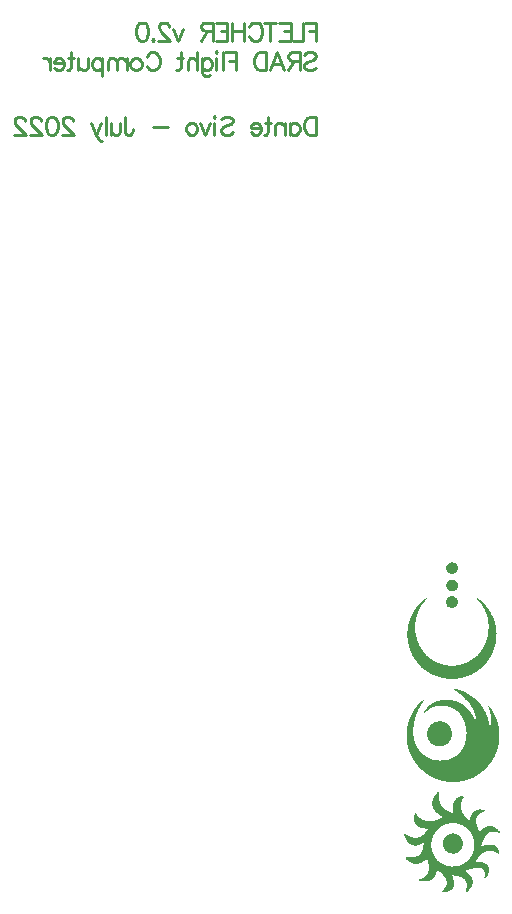
<source format=gbo>
G04*
G04 #@! TF.GenerationSoftware,Altium Limited,Altium Designer,22.5.1 (42)*
G04*
G04 Layer_Color=32896*
%FSLAX25Y25*%
%MOIN*%
G70*
G04*
G04 #@! TF.SameCoordinates,F96336C5-8BC0-4A74-BE74-20B5A895D5FC*
G04*
G04*
G04 #@! TF.FilePolarity,Positive*
G04*
G01*
G75*
%ADD14C,0.01000*%
G36*
X936817Y510685D02*
X936868Y510668D01*
X936953Y510634D01*
X937012Y510540D01*
X937046Y510455D01*
X937029Y510268D01*
X936961Y510115D01*
X936978Y508210D01*
X937029Y508091D01*
X937046Y508023D01*
X937063Y507734D01*
X937114Y507649D01*
X937131Y507581D01*
X937148Y507394D01*
X937174Y507368D01*
X937199Y507360D01*
X937216Y507156D01*
X937250Y507122D01*
X937267Y507088D01*
X937284Y507037D01*
X937301Y506901D01*
X937369Y506833D01*
X937395Y506688D01*
X937438Y506646D01*
X937471Y506510D01*
X937539Y506441D01*
X937556Y506340D01*
X937607Y506306D01*
X937616Y506263D01*
X937607Y506220D01*
X937633Y506178D01*
X937667Y506161D01*
X937710Y506118D01*
X937727Y506033D01*
X937778Y505982D01*
X937829Y505897D01*
X937863Y505863D01*
X937948Y505710D01*
X938016Y505642D01*
X938033Y505608D01*
X938084Y505574D01*
X938101Y505540D01*
X938186Y505455D01*
X938203Y505421D01*
X938288Y505336D01*
X938305Y505302D01*
X938330Y505277D01*
X938364Y505260D01*
X938449Y505174D01*
X938483Y505158D01*
X938619Y505021D01*
X938653Y505005D01*
X938789Y504868D01*
X938824Y504851D01*
X938892Y504783D01*
X938960Y504766D01*
X939028Y504698D01*
X939062Y504681D01*
X939113Y504630D01*
X939223Y504588D01*
X939283Y504528D01*
X939317Y504511D01*
X939368Y504460D01*
X939470Y504443D01*
X939512Y504384D01*
X939614Y504333D01*
X939759Y504256D01*
X939793Y504222D01*
X939903Y504197D01*
X939946Y504154D01*
X940031Y504120D01*
X940116Y504103D01*
X940167Y504052D01*
X940252Y504035D01*
X940303Y503984D01*
X940371Y503967D01*
X940456Y503950D01*
X940507Y503899D01*
X940575Y503882D01*
X940694Y503865D01*
X940737Y503805D01*
X940890Y503789D01*
X940949Y503746D01*
X941034Y503712D01*
X941153Y503695D01*
X941187Y503661D01*
X941255Y503644D01*
X941332Y503635D01*
X941358Y503644D01*
X941443Y503593D01*
X941477Y503559D01*
X941749Y503576D01*
X941774Y503618D01*
X941740Y503703D01*
X941723Y503771D01*
X941706Y503891D01*
X941689Y504197D01*
X941638Y504316D01*
X941621Y504435D01*
X941604Y504928D01*
X941570Y505013D01*
X941553Y505183D01*
X941570Y505931D01*
X941587Y505982D01*
X941604Y506067D01*
X941621Y506118D01*
X941638Y506510D01*
X941706Y506663D01*
X941723Y506901D01*
X941757Y506935D01*
X941791Y507020D01*
X941808Y507156D01*
X941842Y507190D01*
X941876Y507275D01*
X941893Y507377D01*
X941919Y507402D01*
X941944Y507411D01*
X941961Y507479D01*
X941970Y507539D01*
X942004Y507555D01*
X942029Y507581D01*
X942046Y507700D01*
X942106Y507743D01*
X942165Y507836D01*
X942233Y507955D01*
X942284Y508006D01*
X942301Y508040D01*
X942361Y508083D01*
X942446Y508185D01*
X942472Y508210D01*
X942488Y508244D01*
X942582Y508338D01*
X942616Y508355D01*
X942701Y508440D01*
X942735Y508457D01*
X942761Y508482D01*
X942778Y508516D01*
X942837Y508559D01*
X942888Y508610D01*
X942982Y508635D01*
X943041Y508695D01*
X943075Y508712D01*
X943177Y508780D01*
X943245Y508797D01*
X943279Y508831D01*
X943364Y508865D01*
X943415Y508882D01*
X943466Y508933D01*
X943636Y508950D01*
X943738Y509018D01*
X943909Y509035D01*
X943960Y509086D01*
X944028Y509103D01*
X944215Y509120D01*
X944368Y509188D01*
X944606Y509205D01*
X944725Y509256D01*
X944793Y509273D01*
X944861Y509256D01*
X944912Y509205D01*
X945022Y509163D01*
X945057Y509078D01*
X945074Y509044D01*
X945107Y509027D01*
X945125Y508959D01*
X945107Y508840D01*
X945057Y508788D01*
X945039Y508720D01*
X944971Y508652D01*
X944954Y508567D01*
X944929Y508542D01*
X944895Y508525D01*
X944878Y508457D01*
X944852Y508397D01*
X944801Y508346D01*
X944776Y508253D01*
X944716Y508193D01*
X944699Y508091D01*
X944648Y508040D01*
X944631Y507938D01*
X944563Y507870D01*
X944546Y507717D01*
X944478Y507615D01*
X944470Y507521D01*
X944478Y507479D01*
X944453Y507419D01*
X944419Y507402D01*
X944393Y507326D01*
X944376Y507122D01*
X944325Y507037D01*
X944308Y506969D01*
X944291Y506612D01*
X944257Y506578D01*
X944223Y506374D01*
X944240Y505319D01*
X944308Y505166D01*
X944325Y504826D01*
X944376Y504775D01*
X944393Y504707D01*
X944410Y504520D01*
X944444Y504486D01*
X944478Y504401D01*
X944495Y504265D01*
X944546Y504214D01*
X944555Y504137D01*
X944546Y504095D01*
X944623Y504001D01*
X944657Y503865D01*
X944716Y503805D01*
X944742Y503678D01*
X944784Y503635D01*
X944835Y503499D01*
X944869Y503482D01*
X944903Y503397D01*
X944954Y503346D01*
X944980Y503253D01*
X945022Y503193D01*
X945057Y503159D01*
X945074Y503091D01*
X945125Y503040D01*
X945176Y502955D01*
X945210Y502921D01*
X945227Y502853D01*
X945295Y502785D01*
X945312Y502751D01*
X945448Y502615D01*
X945499Y502530D01*
X945516Y502496D01*
X945524Y502488D01*
X945550Y502462D01*
X945567Y502428D01*
X945618Y502377D01*
X945635Y502343D01*
X945694Y502300D01*
X945728Y502249D01*
X945762Y502232D01*
X945847Y502130D01*
X945873Y502105D01*
X945890Y502071D01*
X945958Y502003D01*
X945975Y501969D01*
X946128Y501816D01*
X946145Y501782D01*
X946494Y501433D01*
X946528Y501416D01*
X946604Y501339D01*
X946621Y501305D01*
X946681Y501263D01*
X946774Y501186D01*
X946851Y501110D01*
X946885Y501093D01*
X946919Y501042D01*
X946953Y501025D01*
X947038Y500940D01*
X947072Y500923D01*
X947123Y500906D01*
X947165Y500914D01*
X947182Y501169D01*
X947165Y501186D01*
X947182Y501237D01*
X947199Y501305D01*
X947233Y501391D01*
X947250Y501459D01*
X947267Y501782D01*
X947335Y501884D01*
X947352Y502156D01*
X947403Y502207D01*
X947421Y502275D01*
X947437Y502428D01*
X947488Y502479D01*
X947505Y502547D01*
X947523Y502666D01*
X947573Y502717D01*
X947599Y502845D01*
X947641Y502904D01*
X947659Y502955D01*
X947676Y503023D01*
X947744Y503091D01*
X947769Y503185D01*
X947795Y503210D01*
X947812Y503244D01*
X947914Y503414D01*
X947931Y503448D01*
X947999Y503516D01*
X948016Y503550D01*
X948067Y503601D01*
X948118Y503686D01*
X948169Y503737D01*
X948186Y503771D01*
X948347Y503933D01*
X948381Y503950D01*
X948424Y504010D01*
X948526Y504061D01*
X948543Y504095D01*
X948636Y504154D01*
X948687Y504205D01*
X948722Y504222D01*
X948824Y504290D01*
X948874Y504307D01*
X948926Y504358D01*
X949036Y504384D01*
X949096Y504443D01*
X949232Y504477D01*
X949283Y504528D01*
X949436Y504545D01*
X949538Y504613D01*
X949725Y504630D01*
X949759Y504664D01*
X949878Y504698D01*
X950116Y504715D01*
X950235Y504766D01*
X950354Y504783D01*
X951392Y504766D01*
X951545Y504698D01*
X951868Y504681D01*
X951936Y504613D01*
X952055Y504596D01*
X952097Y504537D01*
X952182Y504520D01*
X952216Y504486D01*
X952097Y504265D01*
X952038Y504205D01*
X952012Y504197D01*
X951995Y504163D01*
X951970Y504137D01*
X951885Y504086D01*
X951851Y504052D01*
X951664Y504035D01*
X951630Y503984D01*
X951562Y503967D01*
X951443Y503950D01*
X951392Y503899D01*
X951272Y503882D01*
X951204Y503814D01*
X951085Y503797D01*
X950983Y503729D01*
X950890Y503703D01*
X950830Y503644D01*
X950737Y503618D01*
X950694Y503576D01*
X950609Y503542D01*
X950567Y503482D01*
X950499Y503465D01*
X950320Y503338D01*
X950133Y503151D01*
X950099Y503134D01*
X950056Y503074D01*
X949869Y502887D01*
X949852Y502853D01*
X949827Y502828D01*
X949801Y502819D01*
X949733Y502700D01*
X949674Y502590D01*
X949640Y502572D01*
X949614Y502547D01*
X949597Y502445D01*
X949529Y502377D01*
X949512Y502258D01*
X949461Y502224D01*
X949444Y502054D01*
X949393Y502003D01*
X949376Y501935D01*
X949359Y501731D01*
X949308Y501646D01*
X949291Y501578D01*
X949308Y500438D01*
X949359Y500319D01*
X949376Y500200D01*
X949393Y499962D01*
X949444Y499877D01*
X949461Y499758D01*
X949478Y499605D01*
X949529Y499554D01*
X949538Y499443D01*
X949529Y499384D01*
X949580Y499299D01*
X949614Y499265D01*
X949631Y499078D01*
X949682Y499027D01*
X949699Y498959D01*
X949716Y498840D01*
X949767Y498788D01*
X949784Y498720D01*
X949801Y498635D01*
X949852Y498584D01*
X949869Y498465D01*
X949886Y498414D01*
X949938Y498363D01*
X949963Y498236D01*
X950023Y498176D01*
X950039Y498040D01*
X950065Y498015D01*
X950099Y497998D01*
X950116Y497862D01*
X950193Y497802D01*
X950210Y497683D01*
X950261Y497649D01*
X950295Y497513D01*
X950346Y497462D01*
X950363Y497377D01*
X950388Y497351D01*
X950507Y497368D01*
X950533Y497394D01*
X950550Y497428D01*
X950609Y497470D01*
X950686Y497547D01*
X950703Y497581D01*
X950771Y497632D01*
X950788Y497666D01*
X950839Y497700D01*
X950856Y497734D01*
X950898Y497777D01*
X950924Y497785D01*
X950941Y497819D01*
X951051Y497930D01*
X951085Y497947D01*
X951128Y498006D01*
X951179Y498040D01*
X951196Y498074D01*
X951256Y498117D01*
X951289Y498168D01*
X951324Y498185D01*
X951349Y498210D01*
X951366Y498244D01*
X951426Y498287D01*
X951545Y498406D01*
X951579Y498423D01*
X951613Y498457D01*
X951732Y498525D01*
X951783Y498576D01*
X951817Y498593D01*
X951842Y498618D01*
X951851Y498644D01*
X951919Y498661D01*
X951953Y498678D01*
X951987Y498712D01*
X952072Y498763D01*
X952123Y498814D01*
X952208Y498831D01*
X952276Y498899D01*
X952369Y498924D01*
X952403Y498942D01*
X952412Y498967D01*
X952548Y499001D01*
X952590Y499061D01*
X952727Y499078D01*
X952786Y499137D01*
X952905Y499154D01*
X952990Y499171D01*
X953041Y499222D01*
X953211Y499239D01*
X953313Y499256D01*
X953432Y499307D01*
X954385Y499290D01*
X954504Y499239D01*
X954691Y499222D01*
X954725Y499188D01*
X954759Y499171D01*
X954810Y499154D01*
X954946Y499137D01*
X955014Y499069D01*
X955150Y499052D01*
X955176Y499027D01*
X955193Y498993D01*
X955320Y498967D01*
X955354Y498916D01*
X955465Y498890D01*
X955524Y498831D01*
X955609Y498797D01*
X955660Y498746D01*
X955745Y498695D01*
X955796Y498644D01*
X955881Y498627D01*
X955949Y498559D01*
X955983Y498542D01*
X956017Y498491D01*
X956051Y498474D01*
X956170Y498389D01*
X956205Y498372D01*
X956238Y498338D01*
X956273Y498321D01*
X956341Y498253D01*
X956374Y498236D01*
X956400Y498210D01*
X956417Y498176D01*
X956468Y498142D01*
X956485Y498108D01*
X956511Y498083D01*
X956545Y498066D01*
X956570Y498040D01*
X956587Y498006D01*
X956647Y497964D01*
X956876Y497734D01*
X956893Y497700D01*
X956919Y497675D01*
X956953Y497657D01*
X956987Y497607D01*
X957021Y497589D01*
X957046Y497564D01*
X957063Y497530D01*
X957131Y497462D01*
X957114Y497156D01*
X957029Y497071D01*
X957021Y497045D01*
X956953Y497028D01*
X956681Y497045D01*
X956630Y497096D01*
X956562Y497113D01*
X956409Y497130D01*
X956374Y497164D01*
X956289Y497198D01*
X956136Y497215D01*
X956102Y497249D01*
X955983Y497283D01*
X955847Y497300D01*
X955796Y497351D01*
X955558Y497368D01*
X955405Y497436D01*
X954521Y497419D01*
X954504Y497385D01*
X954436Y497368D01*
X954249Y497351D01*
X954147Y497283D01*
X954011Y497266D01*
X953943Y497198D01*
X953841Y497181D01*
X953790Y497130D01*
X953722Y497113D01*
X953653Y497045D01*
X953560Y497020D01*
X953466Y496926D01*
X953432Y496909D01*
X953398Y496875D01*
X953305Y496833D01*
X953296Y496807D01*
X953211Y496756D01*
X953169Y496697D01*
X953109Y496637D01*
X953075Y496620D01*
X953050Y496595D01*
X953033Y496561D01*
X952990Y496518D01*
X952965Y496510D01*
X952948Y496476D01*
X952888Y496433D01*
X952854Y496382D01*
X952820Y496365D01*
X952778Y496306D01*
X952727Y496272D01*
X952710Y496238D01*
X952641Y496169D01*
X952590Y496084D01*
X952557Y496050D01*
X952531Y495991D01*
X952497Y495974D01*
X952472Y495948D01*
X952454Y495914D01*
X952403Y495863D01*
X952386Y495829D01*
X952318Y495727D01*
X952276Y495651D01*
X952250Y495642D01*
X952199Y495557D01*
X952165Y495523D01*
X952131Y495438D01*
X952097Y495404D01*
X952080Y495370D01*
X951961Y495149D01*
X951927Y495115D01*
X951910Y495047D01*
X951893Y495013D01*
X951868Y494987D01*
X951834Y494970D01*
X951808Y494843D01*
X951749Y494800D01*
X951723Y494707D01*
X951706Y494673D01*
X951672Y494656D01*
X951655Y494588D01*
X951647Y494511D01*
X951613Y494494D01*
X951570Y494452D01*
X951587Y494367D01*
X951502Y494282D01*
X951485Y494146D01*
X951417Y494078D01*
X951400Y493959D01*
X951332Y493890D01*
X951315Y493738D01*
X951247Y493669D01*
X951230Y493533D01*
X951179Y493482D01*
X951162Y493329D01*
X951094Y493261D01*
X951085Y493168D01*
X951094Y493125D01*
X951043Y493040D01*
X951009Y493006D01*
X950992Y492836D01*
X950941Y492785D01*
X950924Y492717D01*
X950915Y492487D01*
X950966Y492470D01*
X951034Y492487D01*
X951068Y492521D01*
X951239Y492538D01*
X951324Y492556D01*
X951340Y492590D01*
X951426Y492624D01*
X951511Y492640D01*
X951545Y492674D01*
X951613Y492692D01*
X951732Y492709D01*
X951834Y492777D01*
X952089Y492794D01*
X952123Y492828D01*
X952208Y492862D01*
X952446Y492879D01*
X952480Y492913D01*
X952599Y492947D01*
X952888Y492964D01*
X952922Y492998D01*
X952990Y493015D01*
X953211Y493032D01*
X953534Y493049D01*
X953619Y493083D01*
X953790Y493100D01*
X954521Y493083D01*
X954640Y493032D01*
X954980Y493015D01*
X955082Y492947D01*
X955286Y492930D01*
X955354Y492862D01*
X955473Y492845D01*
X955507Y492811D01*
X955592Y492777D01*
X955643Y492760D01*
X955694Y492709D01*
X955762Y492692D01*
X955813Y492674D01*
X955847Y492624D01*
X955881Y492606D01*
X955949Y492538D01*
X955983Y492521D01*
X956017Y492487D01*
X956051Y492470D01*
X956145Y492394D01*
X956196Y492343D01*
X956213Y492309D01*
X956264Y492258D01*
X956281Y492224D01*
X956443Y492011D01*
X956468Y491986D01*
X956485Y491901D01*
X956511Y491875D01*
X956545Y491858D01*
X956570Y491731D01*
X956630Y491688D01*
X956655Y491561D01*
X956706Y491510D01*
X956723Y491391D01*
X956740Y491305D01*
X956774Y491271D01*
X956808Y491152D01*
X956825Y490965D01*
X956859Y490931D01*
X956893Y490795D01*
X956885Y490668D01*
X956902Y490583D01*
X956961Y490472D01*
X956978Y490166D01*
X957029Y490115D01*
X957046Y490047D01*
X957029Y489962D01*
X956987Y489919D01*
X956953Y489902D01*
X956902Y489851D01*
X956664Y489868D01*
X956596Y489936D01*
X956562Y489953D01*
X956545Y489988D01*
X956511Y490004D01*
X956426Y490090D01*
X956392Y490106D01*
X956341Y490158D01*
X956306Y490174D01*
X956238Y490243D01*
X956205Y490260D01*
X956119Y490345D01*
X956085Y490362D01*
X956034Y490413D01*
X955966Y490430D01*
X955915Y490481D01*
X955830Y490532D01*
X955796Y490583D01*
X955694Y490600D01*
X955660Y490651D01*
X955524Y490702D01*
X955490Y490736D01*
X955422Y490753D01*
X955337Y490804D01*
X955286Y490821D01*
X955193Y490846D01*
X955150Y490906D01*
X954963Y490923D01*
X954861Y490991D01*
X954623Y491008D01*
X954589Y491042D01*
X954470Y491076D01*
X953398Y491059D01*
X953313Y491008D01*
X953245Y490991D01*
X953041Y490974D01*
X953007Y490940D01*
X952888Y490906D01*
X952769Y490889D01*
X952735Y490855D01*
X952667Y490838D01*
X952573Y490812D01*
X952514Y490753D01*
X952395Y490736D01*
X952293Y490668D01*
X952182Y490625D01*
X952140Y490583D01*
X952046Y490557D01*
X952004Y490515D01*
X951919Y490481D01*
X951893Y490455D01*
X951885Y490430D01*
X951817Y490413D01*
X951766Y490396D01*
X951749Y490362D01*
X951715Y490345D01*
X951596Y490260D01*
X951434Y490149D01*
X951408Y490124D01*
X951375Y490106D01*
X951256Y489988D01*
X951221Y489970D01*
X951188Y489936D01*
X951153Y489919D01*
X951119Y489885D01*
X951034Y489834D01*
X950949Y489749D01*
X950924Y489741D01*
X950907Y489707D01*
X950864Y489664D01*
X950830Y489647D01*
X950346Y489163D01*
X950337Y489137D01*
X950303Y489120D01*
X950261Y489078D01*
X950244Y489044D01*
X950184Y489001D01*
X950159Y488976D01*
X950142Y488941D01*
X950099Y488899D01*
X950065Y488882D01*
X950039Y488857D01*
X950023Y488823D01*
X949920Y488720D01*
X949903Y488686D01*
X949852Y488635D01*
X949835Y488601D01*
X949784Y488550D01*
X949733Y488465D01*
X949631Y488363D01*
X949614Y488329D01*
X949572Y488287D01*
X949546Y488278D01*
X949529Y488244D01*
X949444Y488125D01*
X949427Y488091D01*
X949376Y488040D01*
X949359Y488006D01*
X949291Y487938D01*
X949274Y487904D01*
X949206Y487836D01*
X949189Y487768D01*
X949138Y487717D01*
X949121Y487683D01*
X949036Y487598D01*
X949019Y487564D01*
X949002Y487513D01*
X949045Y487470D01*
X949172Y487462D01*
X949283Y487470D01*
X949334Y487453D01*
X949487Y487436D01*
X949572Y487402D01*
X949793Y487385D01*
X949844Y487402D01*
X950142Y487377D01*
X950227Y487343D01*
X950320Y487317D01*
X950422Y487300D01*
X950473Y487317D01*
X950694Y487300D01*
X950847Y487232D01*
X951102Y487215D01*
X951188Y487164D01*
X951256Y487147D01*
X951460Y487130D01*
X951528Y487062D01*
X951715Y487045D01*
X951749Y486994D01*
X951817Y486977D01*
X951885Y486994D01*
X951970Y486943D01*
X952004Y486909D01*
X952140Y486875D01*
X952174Y486824D01*
X952242Y486807D01*
X952301Y486799D01*
X952318Y486765D01*
X952344Y486739D01*
X952446Y486722D01*
X952497Y486671D01*
X952531Y486654D01*
X952599Y486586D01*
X952667Y486569D01*
X952718Y486518D01*
X952752Y486501D01*
X952837Y486416D01*
X952871Y486399D01*
X952905Y486365D01*
X952939Y486348D01*
X952973Y486314D01*
X953007Y486297D01*
X953135Y486169D01*
X953152Y486135D01*
X953203Y486084D01*
X953254Y485999D01*
X953288Y485982D01*
X953339Y485897D01*
X953373Y485812D01*
X953390Y485778D01*
X953458Y485710D01*
X953475Y485608D01*
X953526Y485557D01*
X953543Y485489D01*
X953560Y485353D01*
X953611Y485302D01*
X953619Y485089D01*
X953611Y484639D01*
X953628Y484605D01*
X953611Y484554D01*
X953594Y484129D01*
X953560Y484095D01*
X953543Y484027D01*
X953526Y483806D01*
X953475Y483754D01*
X953458Y483686D01*
X953441Y483533D01*
X953390Y483482D01*
X953356Y483346D01*
X953305Y483295D01*
X953288Y483176D01*
X953271Y483142D01*
X953237Y483108D01*
X953220Y483040D01*
X953152Y482921D01*
X953118Y482836D01*
X953067Y482751D01*
X953033Y482666D01*
X953016Y482615D01*
X952965Y482564D01*
X952948Y482479D01*
X952922Y482436D01*
X952897Y482428D01*
X952880Y482394D01*
X952803Y482300D01*
X952684Y482181D01*
X952650Y482164D01*
X952548Y482096D01*
X952463Y482079D01*
X952361Y482011D01*
X952157Y482028D01*
X952097Y482088D01*
X952046Y482173D01*
X951995Y482292D01*
X952012Y482394D01*
X952046Y482428D01*
X952080Y482564D01*
X952063Y482615D01*
X952080Y482666D01*
X952097Y482751D01*
X952148Y482870D01*
X952131Y483550D01*
X952080Y483669D01*
X952063Y483976D01*
X952012Y484027D01*
X951995Y484095D01*
X951978Y484214D01*
X951910Y484316D01*
X951885Y484409D01*
X951842Y484452D01*
X951808Y484537D01*
X951740Y484605D01*
X951723Y484639D01*
X951672Y484690D01*
X951655Y484724D01*
X951545Y484834D01*
X951511Y484851D01*
X951460Y484902D01*
X951426Y484919D01*
X951332Y484996D01*
X951324Y485021D01*
X951188Y485055D01*
X951153Y485107D01*
X951017Y485141D01*
X951000Y485175D01*
X950932Y485191D01*
X950796Y485209D01*
X950711Y485260D01*
X950643Y485277D01*
X950167Y485294D01*
X950116Y485311D01*
X949793Y485328D01*
X949742Y485311D01*
X949478Y485285D01*
X948926Y485260D01*
X948806Y485209D01*
X948738Y485191D01*
X948449Y485175D01*
X948415Y485141D01*
X948296Y485107D01*
X948075Y485089D01*
X948041Y485055D01*
X947973Y485039D01*
X947769Y485021D01*
X947718Y484970D01*
X947650Y484953D01*
X947480Y484936D01*
X947378Y484868D01*
X947174Y484851D01*
X947123Y484800D01*
X947055Y484783D01*
X946902Y484766D01*
X946851Y484715D01*
X946783Y484698D01*
X946664Y484681D01*
X946613Y484630D01*
X946443Y484613D01*
X946391Y484562D01*
X946323Y484545D01*
X946187Y484528D01*
X946136Y484477D01*
X946068Y484460D01*
X945949Y484443D01*
X945881Y484375D01*
X945694Y484358D01*
X945677Y484324D01*
X945643Y484307D01*
X945618Y484282D01*
X945635Y484214D01*
X945728Y484120D01*
X945762Y484103D01*
X945830Y484035D01*
X945864Y484018D01*
X946017Y483933D01*
X946068Y483882D01*
X946102Y483865D01*
X946128Y483840D01*
X946136Y483814D01*
X946222Y483780D01*
X946255Y483746D01*
X946290Y483729D01*
X946391Y483627D01*
X946426Y483610D01*
X946562Y483474D01*
X946596Y483457D01*
X946664Y483389D01*
X946698Y483372D01*
X946749Y483321D01*
X946783Y483304D01*
X946817Y483253D01*
X946851Y483236D01*
X947080Y483006D01*
X947097Y482972D01*
X947165Y482904D01*
X947182Y482870D01*
X947216Y482836D01*
X947233Y482802D01*
X947259Y482760D01*
X947293Y482743D01*
X947352Y482683D01*
X947361Y482657D01*
X947395Y482641D01*
X947446Y482555D01*
X947472Y482547D01*
X947488Y482479D01*
X947540Y482394D01*
X947591Y482343D01*
X947608Y482309D01*
X947659Y482224D01*
X947701Y482147D01*
X947727Y482139D01*
X947744Y482071D01*
X947761Y482020D01*
X947786Y481994D01*
X947812Y481986D01*
X947829Y481918D01*
X947812Y481901D01*
X947888Y481807D01*
X947905Y481722D01*
X947939Y481637D01*
X947982Y481595D01*
X947999Y481407D01*
X948050Y481356D01*
X948067Y481288D01*
X948084Y480999D01*
X948135Y480880D01*
X948118Y480370D01*
X948084Y480285D01*
X948067Y480217D01*
X948050Y479928D01*
X947999Y479877D01*
X947982Y479809D01*
X947965Y479673D01*
X947914Y479622D01*
X947897Y479503D01*
X947829Y479350D01*
X947803Y479256D01*
X947761Y479231D01*
X947744Y479163D01*
X947693Y479078D01*
X947659Y479044D01*
X947641Y478976D01*
X947591Y478925D01*
X947540Y478839D01*
X947505Y478805D01*
X947488Y478686D01*
X947429Y478644D01*
X947335Y478516D01*
X947318Y478465D01*
X947250Y478397D01*
X947233Y478363D01*
X947165Y478295D01*
X947148Y478261D01*
X947114Y478227D01*
X947097Y478193D01*
X947063Y478159D01*
X947046Y478125D01*
X946995Y478074D01*
X946978Y478040D01*
X946927Y477989D01*
X946910Y477955D01*
X946885Y477930D01*
X946859Y477921D01*
X946842Y477887D01*
X946222Y477266D01*
X946187Y477249D01*
X946136Y477198D01*
X945847Y477215D01*
X945805Y477326D01*
X945788Y477394D01*
X945805Y477530D01*
X945839Y477564D01*
X945873Y477683D01*
X945890Y477768D01*
X945924Y477802D01*
X945958Y477921D01*
X945975Y478091D01*
X946009Y478125D01*
X946026Y478193D01*
X946043Y478448D01*
X946111Y478550D01*
X946128Y478976D01*
X946162Y479061D01*
X946196Y479197D01*
X946179Y479724D01*
X946128Y479843D01*
X946111Y480115D01*
X946094Y480217D01*
X946060Y480251D01*
X946026Y480370D01*
X946009Y480489D01*
X945958Y480540D01*
X945941Y480693D01*
X945881Y480736D01*
X945864Y480838D01*
X945788Y480914D01*
X945771Y481016D01*
X945686Y481101D01*
X945669Y481135D01*
X945635Y481169D01*
X945618Y481238D01*
X945533Y481322D01*
X945524Y481348D01*
X945490Y481365D01*
X945448Y481407D01*
X945431Y481441D01*
X945337Y481535D01*
X945312Y481544D01*
X945295Y481578D01*
X945269Y481603D01*
X945235Y481620D01*
X945210Y481646D01*
X945193Y481680D01*
X945090Y481765D01*
X945031Y481790D01*
X944878Y481909D01*
X944759Y481977D01*
X944648Y482037D01*
X944631Y482071D01*
X944606Y482096D01*
X944504Y482113D01*
X944478Y482139D01*
X944470Y482164D01*
X944351Y482181D01*
X944317Y482198D01*
X944300Y482232D01*
X944232Y482249D01*
X944147Y482266D01*
X944096Y482317D01*
X944028Y482334D01*
X943943Y482351D01*
X943892Y482402D01*
X943824Y482419D01*
X943705Y482436D01*
X943636Y482505D01*
X943449Y482521D01*
X943398Y482573D01*
X943330Y482589D01*
X943262Y482573D01*
X943194Y482589D01*
X943109Y482607D01*
X943075Y482641D01*
X943007Y482657D01*
X942718Y482675D01*
X942565Y482743D01*
X942123Y482760D01*
X942004Y482811D01*
X941936Y482828D01*
X941332Y482836D01*
X941298Y482819D01*
X941281Y482768D01*
X941358Y482675D01*
X941374Y482521D01*
X941400Y482462D01*
X941434Y482428D01*
X941451Y482360D01*
X941468Y482241D01*
X941502Y482207D01*
X941519Y482173D01*
X941536Y482122D01*
X941553Y481969D01*
X941604Y481918D01*
X941621Y481850D01*
X941638Y481680D01*
X941672Y481646D01*
X941706Y481561D01*
X941723Y481356D01*
X941757Y481322D01*
X941774Y481254D01*
X941791Y480965D01*
X941859Y480812D01*
X941868Y479953D01*
X941851Y479341D01*
X941791Y479282D01*
X941774Y479112D01*
X941757Y479044D01*
X941723Y479010D01*
X941706Y478941D01*
X941689Y478857D01*
X941647Y478814D01*
X941621Y478805D01*
X941604Y478686D01*
X941579Y478661D01*
X941545Y478644D01*
X941528Y478559D01*
X941485Y478499D01*
X941451Y478465D01*
X941434Y478431D01*
X941366Y478363D01*
X941349Y478329D01*
X941171Y478100D01*
X941136Y478083D01*
X941043Y478006D01*
X941000Y477964D01*
X940966Y477947D01*
X940890Y477904D01*
X940873Y477870D01*
X940788Y477819D01*
X940779Y477794D01*
X940711Y477777D01*
X940635Y477734D01*
X940618Y477700D01*
X940516Y477683D01*
X940482Y477666D01*
X940465Y477632D01*
X940439Y477606D01*
X940320Y477590D01*
X940295Y477564D01*
X940286Y477538D01*
X940218Y477522D01*
X940048Y477504D01*
X939997Y477453D01*
X939929Y477436D01*
X939725Y477419D01*
X939691Y477385D01*
X939555Y477351D01*
X939198Y477334D01*
X939113Y477300D01*
X938892Y477283D01*
X938058Y477300D01*
X938007Y477351D01*
X937973Y477368D01*
X937948Y477394D01*
X937931Y477428D01*
X937905Y477453D01*
X937880Y477462D01*
X937863Y477513D01*
X937948Y477632D01*
X937965Y477717D01*
X937990Y477743D01*
X938024Y477760D01*
X938092Y477828D01*
X938177Y477845D01*
X938262Y477947D01*
X938373Y478057D01*
X938381Y478083D01*
X938415Y478100D01*
X938441Y478125D01*
X938458Y478159D01*
X938517Y478202D01*
X938560Y478261D01*
X938594Y478295D01*
X938611Y478329D01*
X938662Y478380D01*
X938713Y478465D01*
X938764Y478516D01*
X938781Y478550D01*
X938866Y478635D01*
X938875Y478661D01*
X938908Y478678D01*
X938934Y478703D01*
X938951Y478771D01*
X939002Y478823D01*
X939053Y478907D01*
X939087Y478941D01*
X939113Y479035D01*
X939172Y479095D01*
X939189Y479180D01*
X939257Y479248D01*
X939274Y479384D01*
X939300Y479409D01*
X939325Y479418D01*
X939342Y479486D01*
X939359Y479622D01*
X939393Y479656D01*
X939410Y479724D01*
X939444Y480064D01*
X939495Y480183D01*
X939478Y480608D01*
X939444Y480693D01*
X939427Y480761D01*
X939410Y481050D01*
X939376Y481084D01*
X939342Y481169D01*
X939325Y481322D01*
X939257Y481390D01*
X939240Y481510D01*
X939189Y481561D01*
X939172Y481663D01*
X939104Y481731D01*
X939087Y481833D01*
X939028Y481875D01*
X939011Y481977D01*
X938934Y482054D01*
X938917Y482088D01*
X938849Y482190D01*
X938798Y482275D01*
X938696Y482377D01*
X938679Y482411D01*
X938594Y482547D01*
X938577Y482581D01*
X938551Y482607D01*
X938526Y482615D01*
X938509Y482649D01*
X938483Y482675D01*
X938458Y482683D01*
X938441Y482717D01*
X938364Y482811D01*
X938296Y482913D01*
X938254Y482955D01*
X938245Y482981D01*
X938211Y482998D01*
X938169Y483057D01*
X937412Y483814D01*
X937378Y483831D01*
X937327Y483882D01*
X937293Y483899D01*
X937259Y483933D01*
X937225Y483950D01*
X937191Y483984D01*
X937157Y484001D01*
X937131Y484027D01*
X937123Y484052D01*
X937089Y484069D01*
X937038Y484120D01*
X937004Y484137D01*
X936961Y484197D01*
X936876Y484248D01*
X936859Y484282D01*
X936723Y484367D01*
X936664Y484409D01*
X936630Y484443D01*
X936596Y484460D01*
X936511Y484545D01*
X936460Y484562D01*
X936426Y484596D01*
X936392Y484613D01*
X936298Y484690D01*
X936273Y484715D01*
X936196Y484724D01*
X936145Y484690D01*
X936128Y484571D01*
X936094Y484537D01*
X936077Y484469D01*
X936060Y484197D01*
X936043Y484078D01*
X935992Y483959D01*
X935975Y483720D01*
X935941Y483686D01*
X935924Y483652D01*
X935907Y483601D01*
X935890Y483414D01*
X935839Y483363D01*
X935822Y483295D01*
X935805Y483176D01*
X935754Y483125D01*
X935737Y483057D01*
X935720Y482972D01*
X935686Y482938D01*
X935669Y482870D01*
X935626Y482760D01*
X935592Y482743D01*
X935567Y482649D01*
X935550Y482598D01*
X935524Y482573D01*
X935499Y482564D01*
X935473Y482470D01*
X935431Y482428D01*
X935397Y482343D01*
X935346Y482292D01*
X935312Y482207D01*
X935261Y482156D01*
X935244Y482122D01*
X935218Y482096D01*
X935184Y482079D01*
X935124Y481986D01*
X935073Y481935D01*
X935056Y481901D01*
X935023Y481867D01*
X935005Y481833D01*
X934921Y481748D01*
X934903Y481714D01*
X934844Y481671D01*
X934810Y481620D01*
X934691Y481552D01*
X934657Y481518D01*
X934623Y481501D01*
X934555Y481433D01*
X934521Y481416D01*
X934470Y481365D01*
X934402Y481348D01*
X934368Y481331D01*
X934334Y481280D01*
X934249Y481246D01*
X934215Y481212D01*
X934147Y481195D01*
X934113Y481178D01*
X934011Y481110D01*
X933891Y481093D01*
X933866Y481067D01*
X933858Y481042D01*
X933790Y481025D01*
X933687Y481008D01*
X933602Y480957D01*
X933381Y480940D01*
X933347Y480906D01*
X933262Y480872D01*
X932871Y480855D01*
X932786Y480821D01*
X932718Y480804D01*
X932344Y480787D01*
X931970Y480804D01*
X931885Y480838D01*
X931749Y480872D01*
X931256Y480889D01*
X931136Y480940D01*
X931000Y480957D01*
X930949Y480940D01*
X930881Y480957D01*
X930694Y480974D01*
X930660Y481008D01*
X930592Y481025D01*
X930507Y481042D01*
X930456Y481025D01*
X930252Y481042D01*
X930159Y481118D01*
X930065Y481212D01*
X930040Y481220D01*
X930023Y481340D01*
X930056Y481425D01*
X930099Y481467D01*
X930133Y481484D01*
X930218Y481518D01*
X930439Y481535D01*
X930490Y481586D01*
X930609Y481603D01*
X930694Y481620D01*
X930728Y481654D01*
X930796Y481671D01*
X930915Y481688D01*
X931017Y481756D01*
X931119Y481773D01*
X931221Y481841D01*
X931324Y481858D01*
X931349Y481884D01*
X931357Y481909D01*
X931494Y481943D01*
X931536Y482003D01*
X931638Y482020D01*
X931672Y482054D01*
X931681Y482079D01*
X931766Y482130D01*
X931800Y482164D01*
X931885Y482181D01*
X931910Y482207D01*
X931919Y482232D01*
X931953Y482249D01*
X931995Y482275D01*
X932012Y482309D01*
X932148Y482394D01*
X932208Y482436D01*
X932259Y482487D01*
X932293Y482505D01*
X932318Y482530D01*
X932335Y482564D01*
X932395Y482607D01*
X932429Y482657D01*
X932463Y482675D01*
X932489Y482700D01*
X932506Y482734D01*
X932557Y482768D01*
X932574Y482802D01*
X932599Y482828D01*
X932633Y482845D01*
X932684Y482930D01*
X932710Y482938D01*
X932778Y483057D01*
X932812Y483091D01*
X932829Y483125D01*
X932897Y483193D01*
X932914Y483227D01*
X932965Y483261D01*
X932982Y483346D01*
X933050Y483414D01*
X933075Y483525D01*
X933135Y483584D01*
X933220Y483772D01*
X933237Y483840D01*
X933288Y483890D01*
X933305Y483959D01*
X933322Y484044D01*
X933356Y484078D01*
X933373Y484146D01*
X933390Y484299D01*
X933458Y484401D01*
X933475Y484707D01*
X933526Y484826D01*
X933543Y484894D01*
X933526Y486101D01*
X933475Y486220D01*
X933458Y486544D01*
X933441Y486714D01*
X933390Y486833D01*
X933373Y487003D01*
X933356Y487156D01*
X933305Y487207D01*
X933296Y487368D01*
X933305Y487445D01*
X933228Y487538D01*
X933211Y487726D01*
X933169Y487785D01*
X933135Y487819D01*
X933118Y488006D01*
X933067Y488057D01*
X933050Y488125D01*
X933033Y488227D01*
X932982Y488278D01*
X932965Y488346D01*
X932982Y488414D01*
X932939Y488457D01*
X932820Y488440D01*
X932514Y488134D01*
X932480Y488117D01*
X932378Y488015D01*
X932344Y487998D01*
X932250Y487938D01*
X932242Y487913D01*
X932208Y487896D01*
X932148Y487853D01*
X932131Y487819D01*
X932072Y487777D01*
X932004Y487709D01*
X931970Y487691D01*
X931919Y487640D01*
X931851Y487624D01*
X931834Y487590D01*
X931800Y487572D01*
X931723Y487513D01*
X931715Y487488D01*
X931494Y487368D01*
X931443Y487317D01*
X931256Y487215D01*
X931205Y487164D01*
X931111Y487139D01*
X931051Y487079D01*
X930949Y487062D01*
X930881Y486994D01*
X930762Y486977D01*
X930694Y486909D01*
X930558Y486892D01*
X930524Y486841D01*
X930456Y486824D01*
X930354Y486807D01*
X930303Y486756D01*
X930074Y486731D01*
X929963Y486671D01*
X929844Y486654D01*
X929776Y486671D01*
X929555Y486654D01*
X929470Y486620D01*
X929351Y486603D01*
X929096Y486620D01*
X929011Y486654D01*
X928832Y486663D01*
X928722Y486654D01*
X928671Y486671D01*
X928602Y486688D01*
X928483Y486739D01*
X928313Y486756D01*
X928262Y486807D01*
X928194Y486824D01*
X928092Y486841D01*
X928041Y486892D01*
X927922Y486909D01*
X927863Y486935D01*
X927846Y486969D01*
X927769Y486994D01*
X927701Y487011D01*
X927650Y487062D01*
X927557Y487088D01*
X927497Y487147D01*
X927429Y487164D01*
X927378Y487215D01*
X927259Y487283D01*
X927225Y487317D01*
X927140Y487351D01*
X927106Y487385D01*
X927021Y487436D01*
X926970Y487488D01*
X926936Y487504D01*
X926885Y487556D01*
X926766Y487624D01*
X926732Y487657D01*
X926698Y487675D01*
X926392Y487981D01*
X926357Y487998D01*
X926272Y488100D01*
X926051Y488321D01*
X926017Y488338D01*
X925958Y488397D01*
X925873Y488584D01*
X925975Y488771D01*
X926102Y488865D01*
X926340Y488848D01*
X926392Y488797D01*
X926460Y488780D01*
X928262Y488797D01*
X928381Y488848D01*
X928551Y488865D01*
X928738Y488882D01*
X928790Y488933D01*
X928858Y488950D01*
X929002Y488941D01*
X929062Y488984D01*
X929096Y489018D01*
X929283Y489035D01*
X929351Y489103D01*
X929470Y489120D01*
X929504Y489154D01*
X929589Y489188D01*
X929657Y489205D01*
X929708Y489256D01*
X929963Y489392D01*
X929997Y489426D01*
X930082Y489460D01*
X930133Y489511D01*
X930167Y489528D01*
X930244Y489588D01*
X930261Y489622D01*
X930286Y489647D01*
X930320Y489664D01*
X930363Y489707D01*
X930380Y489741D01*
X930439Y489783D01*
X930507Y489851D01*
X930541Y489868D01*
X930584Y489928D01*
X930703Y490047D01*
X930720Y490081D01*
X930754Y490098D01*
X930771Y490132D01*
X930839Y490200D01*
X930856Y490268D01*
X930907Y490319D01*
X930958Y490404D01*
X931009Y490438D01*
X931026Y490540D01*
X931094Y490608D01*
X931111Y490710D01*
X931179Y490761D01*
X931196Y490880D01*
X931221Y490906D01*
X931247Y490914D01*
X931264Y490982D01*
X931247Y490999D01*
X931273Y491059D01*
X931332Y491084D01*
X931349Y491237D01*
X931383Y491271D01*
X931400Y491305D01*
X931417Y491357D01*
X931434Y491493D01*
X931502Y491595D01*
X931519Y491799D01*
X931570Y491884D01*
X931587Y491952D01*
X931604Y492207D01*
X931638Y492241D01*
X931672Y492360D01*
X931689Y492819D01*
X931740Y492938D01*
X931749Y493032D01*
X931740Y493431D01*
X931757Y493482D01*
X931749Y493627D01*
X931757Y493738D01*
X931732Y493763D01*
X931689Y493772D01*
X931655Y493738D01*
X931638Y493703D01*
X931511Y493661D01*
X931468Y493601D01*
X931324Y493525D01*
X931273Y493508D01*
X931205Y493440D01*
X931136Y493423D01*
X931085Y493372D01*
X930992Y493329D01*
X930975Y493295D01*
X930873Y493278D01*
X930796Y493202D01*
X930694Y493185D01*
X930643Y493134D01*
X930575Y493117D01*
X930524Y493100D01*
X930499Y493074D01*
X930490Y493049D01*
X930422Y493032D01*
X930303Y493015D01*
X930252Y492964D01*
X930184Y492947D01*
X930082Y492930D01*
X930031Y492879D01*
X929793Y492845D01*
X929759Y492811D01*
X929623Y492777D01*
X929504Y492794D01*
X929436Y492777D01*
X929334Y492760D01*
X929249Y492726D01*
X929079Y492709D01*
X928671Y492726D01*
X928551Y492777D01*
X928237Y492802D01*
X928177Y492845D01*
X928126Y492862D01*
X927990Y492879D01*
X927956Y492913D01*
X927922Y492930D01*
X927871Y492947D01*
X927786Y492964D01*
X927718Y493032D01*
X927616Y493049D01*
X927548Y493117D01*
X927454Y493142D01*
X927412Y493185D01*
X927378Y493202D01*
X927310Y493270D01*
X927191Y493338D01*
X927097Y493397D01*
X927080Y493431D01*
X927021Y493474D01*
X926689Y493806D01*
X926672Y493840D01*
X926604Y493907D01*
X926553Y493993D01*
X926519Y494027D01*
X926502Y494061D01*
X926383Y494214D01*
X926349Y494248D01*
X926264Y494401D01*
X926196Y494452D01*
X926179Y494520D01*
X926162Y494554D01*
X926111Y494605D01*
X926094Y494656D01*
X926043Y494707D01*
X926026Y494792D01*
X925941Y494877D01*
X925949Y494936D01*
X925915Y494987D01*
X925881Y495005D01*
X925830Y495141D01*
X925788Y495183D01*
X925771Y495268D01*
X925720Y495319D01*
X925703Y495387D01*
X925686Y495472D01*
X925660Y495498D01*
X925635Y495506D01*
X925609Y495617D01*
X925550Y495676D01*
X925533Y495795D01*
X925465Y495897D01*
X925448Y496016D01*
X925380Y496084D01*
X925363Y496220D01*
X925312Y496272D01*
X925295Y496340D01*
X925312Y496629D01*
X925371Y496688D01*
X925405Y496705D01*
X925473Y496773D01*
X925558Y496756D01*
X925609Y496705D01*
X925677Y496688D01*
X925720Y496629D01*
X925822Y496578D01*
X925847Y496552D01*
X925932Y496501D01*
X925966Y496467D01*
X926077Y496424D01*
X926136Y496365D01*
X926171Y496348D01*
X926221Y496297D01*
X926315Y496272D01*
X926375Y496212D01*
X926460Y496161D01*
X926494Y496127D01*
X926579Y496110D01*
X926604Y496084D01*
X926613Y496059D01*
X926723Y496033D01*
X926757Y495999D01*
X926766Y495974D01*
X926834Y495957D01*
X926885Y495940D01*
X926936Y495889D01*
X927046Y495863D01*
X927106Y495804D01*
X927208Y495787D01*
X927259Y495736D01*
X927327Y495719D01*
X927429Y495702D01*
X927480Y495651D01*
X927633Y495617D01*
X927684Y495566D01*
X927752Y495549D01*
X927803Y495566D01*
X927871Y495549D01*
X927905Y495532D01*
X928024Y495481D01*
X928211Y495464D01*
X928330Y495396D01*
X928738Y495379D01*
X928823Y495345D01*
X928960Y495311D01*
X929334Y495328D01*
X929419Y495362D01*
X929538Y495379D01*
X929606Y495396D01*
X929861Y495413D01*
X929946Y495464D01*
X930142Y495489D01*
X930167Y495515D01*
X930201Y495532D01*
X930252Y495549D01*
X930346Y495574D01*
X930405Y495634D01*
X930541Y495651D01*
X930575Y495685D01*
X930609Y495702D01*
X930694Y495736D01*
X930728Y495753D01*
X930762Y495787D01*
X930881Y495855D01*
X930966Y495889D01*
X931000Y495906D01*
X931051Y495957D01*
X931085Y495974D01*
X931119Y496008D01*
X931247Y496067D01*
X931264Y496101D01*
X931289Y496127D01*
X931324Y496144D01*
X931374Y496195D01*
X931409Y496212D01*
X931528Y496297D01*
X931562Y496314D01*
X931868Y496620D01*
X931902Y496637D01*
X931944Y496697D01*
X931995Y496731D01*
X932012Y496765D01*
X932250Y497003D01*
X932267Y497037D01*
X932318Y497088D01*
X932335Y497122D01*
X932454Y497275D01*
X932489Y497309D01*
X932506Y497343D01*
X932590Y497428D01*
X932607Y497462D01*
X932693Y497581D01*
X932769Y497675D01*
X932795Y497700D01*
X932863Y497819D01*
X932948Y497938D01*
X933067Y498125D01*
X933075Y498151D01*
X933109Y498168D01*
X933135Y498193D01*
X933152Y498278D01*
X933092Y498355D01*
X932854Y498372D01*
X932803Y498389D01*
X932735Y498406D01*
X932616Y498423D01*
X932072Y498440D01*
X931953Y498491D01*
X931783Y498508D01*
X931732Y498491D01*
X931596Y498525D01*
X931511Y498576D01*
X931273Y498593D01*
X931238Y498627D01*
X931205Y498644D01*
X931153Y498661D01*
X930966Y498678D01*
X930941Y498703D01*
X930932Y498729D01*
X930864Y498746D01*
X930728Y498763D01*
X930677Y498814D01*
X930541Y498848D01*
X930490Y498899D01*
X930354Y498916D01*
X930303Y498967D01*
X930235Y498984D01*
X930150Y499035D01*
X929997Y499120D01*
X929878Y499188D01*
X929861Y499222D01*
X929750Y499265D01*
X929708Y499307D01*
X929631Y499350D01*
X929614Y499384D01*
X929512Y499469D01*
X929419Y499562D01*
X929385Y499579D01*
X929342Y499639D01*
X929291Y499673D01*
X929274Y499707D01*
X929138Y499843D01*
X929121Y499877D01*
X929096Y499902D01*
X929070Y499911D01*
X929053Y499945D01*
X928985Y500047D01*
X928934Y500132D01*
X928900Y500166D01*
X928858Y500277D01*
X928832Y500302D01*
X928798Y500387D01*
X928781Y500421D01*
X928747Y500455D01*
X928730Y500523D01*
X928713Y500608D01*
X928645Y500676D01*
X928628Y500863D01*
X928577Y500897D01*
X928560Y501016D01*
X928543Y501237D01*
X928509Y501271D01*
X928492Y501391D01*
X928509Y502020D01*
X928543Y502105D01*
X928560Y502173D01*
X928577Y502564D01*
X928645Y502717D01*
X928662Y503023D01*
X928713Y503057D01*
X928730Y503176D01*
X928747Y503261D01*
X928798Y503312D01*
X928815Y503380D01*
X928866Y503465D01*
X928909Y503542D01*
X928943Y503559D01*
X928968Y503584D01*
X928985Y503618D01*
X929062Y503695D01*
X929104Y503703D01*
X929138Y503618D01*
X929155Y503584D01*
X929206Y503533D01*
X929249Y503440D01*
X929274Y503431D01*
X929291Y503363D01*
X929308Y503329D01*
X929376Y503261D01*
X929393Y503227D01*
X929444Y503176D01*
X929461Y503108D01*
X929529Y503040D01*
X929546Y503006D01*
X929631Y502921D01*
X929648Y502887D01*
X929810Y502674D01*
X930405Y502079D01*
X930439Y502062D01*
X930490Y502011D01*
X930575Y501960D01*
X930669Y501884D01*
X930711Y501841D01*
X930745Y501824D01*
X930796Y501773D01*
X930881Y501739D01*
X930932Y501688D01*
X930992Y501663D01*
X931009Y501629D01*
X931034Y501603D01*
X931145Y501561D01*
X931170Y501535D01*
X931256Y501484D01*
X931409Y501399D01*
X931443Y501365D01*
X931579Y501331D01*
X931630Y501280D01*
X931749Y501263D01*
X931817Y501195D01*
X931970Y501178D01*
X932021Y501127D01*
X932089Y501110D01*
X932242Y501093D01*
X932293Y501042D01*
X932361Y501025D01*
X932565Y501008D01*
X932667Y500940D01*
X933109Y500923D01*
X933194Y500889D01*
X933262Y500872D01*
X933483Y500855D01*
X934300Y500872D01*
X934385Y500906D01*
X934478Y500931D01*
X934921Y500948D01*
X935099Y501025D01*
X935337Y501042D01*
X935422Y501093D01*
X935490Y501110D01*
X935609Y501127D01*
X935660Y501178D01*
X935847Y501212D01*
X935898Y501263D01*
X936051Y501280D01*
X936119Y501348D01*
X936222Y501365D01*
X936273Y501416D01*
X936341Y501433D01*
X936426Y501450D01*
X936477Y501501D01*
X936545Y501518D01*
X936630Y501569D01*
X936715Y501603D01*
X936783Y501620D01*
X936817Y501671D01*
X936910Y501697D01*
X936970Y501739D01*
X937089Y501807D01*
X937174Y501841D01*
X937259Y501892D01*
X937412Y501977D01*
X937497Y502011D01*
X937531Y502028D01*
X937582Y502079D01*
X937684Y502096D01*
X937752Y502164D01*
X937846Y502190D01*
X937888Y502232D01*
X937973Y502283D01*
X937982Y502309D01*
X937939Y502351D01*
X937905Y502368D01*
X937871Y502402D01*
X937786Y502453D01*
X937769Y502488D01*
X937684Y502522D01*
X937650Y502556D01*
X937565Y502606D01*
X937497Y502674D01*
X937412Y502726D01*
X937293Y502794D01*
X937259Y502828D01*
X937225Y502845D01*
X937174Y502896D01*
X937055Y502964D01*
X937021Y502998D01*
X936987Y503015D01*
X936961Y503040D01*
X936953Y503066D01*
X936800Y503151D01*
X936706Y503227D01*
X936647Y503270D01*
X936596Y503321D01*
X936562Y503338D01*
X936443Y503423D01*
X936409Y503440D01*
X936205Y503644D01*
X936170Y503661D01*
X936145Y503686D01*
X936128Y503720D01*
X936102Y503746D01*
X936068Y503763D01*
X935907Y503925D01*
X935890Y503959D01*
X935856Y503976D01*
X935839Y504010D01*
X935796Y504052D01*
X935762Y504069D01*
X935737Y504095D01*
X935720Y504129D01*
X935694Y504154D01*
X935669Y504163D01*
X935652Y504197D01*
X935550Y504299D01*
X935533Y504333D01*
X935499Y504367D01*
X935482Y504401D01*
X935414Y504503D01*
X935397Y504537D01*
X935346Y504571D01*
X935329Y504605D01*
X935261Y504707D01*
X935210Y504792D01*
X935176Y504826D01*
X935159Y504860D01*
X935108Y504911D01*
X935082Y505005D01*
X935065Y505038D01*
X935031Y505056D01*
X935014Y505140D01*
X934972Y505200D01*
X934937Y505234D01*
X934912Y505345D01*
X934852Y505404D01*
X934835Y505540D01*
X934801Y505574D01*
X934767Y505659D01*
X934750Y505795D01*
X934699Y505846D01*
X934682Y505914D01*
X934665Y506135D01*
X934614Y506254D01*
X934597Y506374D01*
X934606Y506722D01*
X934597Y507343D01*
X934614Y507394D01*
X934631Y507428D01*
X934682Y507547D01*
X934699Y507768D01*
X934733Y507802D01*
X934767Y507887D01*
X934784Y508040D01*
X934835Y508091D01*
X934852Y508210D01*
X934869Y508278D01*
X934921Y508329D01*
X934937Y508465D01*
X935014Y508559D01*
X935040Y508686D01*
X935091Y508720D01*
X935108Y508840D01*
X935159Y508874D01*
X935176Y508942D01*
X935193Y508976D01*
X935244Y509027D01*
X935261Y509095D01*
X935278Y509129D01*
X935312Y509163D01*
X935371Y509273D01*
X935405Y509290D01*
X935431Y509367D01*
X935448Y509401D01*
X935499Y509452D01*
X935550Y509537D01*
X935618Y509656D01*
X935669Y509707D01*
X935686Y509741D01*
X935754Y509809D01*
X935805Y509894D01*
X935890Y510013D01*
X935924Y510047D01*
X935941Y510081D01*
X936077Y510217D01*
X936128Y510302D01*
X936205Y510396D01*
X936290Y510481D01*
X936374Y510532D01*
X936528Y510617D01*
X936647Y510668D01*
X936732Y510702D01*
X936817Y510685D01*
D02*
G37*
G36*
X942599Y544919D02*
X942684Y544885D01*
X942803Y544868D01*
X943075Y544851D01*
X943109Y544817D01*
X943194Y544783D01*
X943415Y544766D01*
X943466Y544715D01*
X943534Y544698D01*
X943670Y544681D01*
X943721Y544630D01*
X943841Y544613D01*
X943909Y544596D01*
X943943Y544562D01*
X944028Y544528D01*
X944130Y544511D01*
X944181Y544460D01*
X944334Y544443D01*
X944359Y544418D01*
X944368Y544392D01*
X944436Y544375D01*
X944521Y544358D01*
X944589Y544290D01*
X944708Y544273D01*
X944733Y544248D01*
X944742Y544222D01*
X944810Y544205D01*
X944895Y544188D01*
X944946Y544137D01*
X945082Y544103D01*
X945133Y544052D01*
X945252Y544035D01*
X945320Y543967D01*
X945414Y543941D01*
X945456Y543899D01*
X945524Y543882D01*
X945609Y543831D01*
X945643Y543797D01*
X945745Y543780D01*
X945796Y543729D01*
X945881Y543695D01*
X945915Y543661D01*
X946000Y543627D01*
X946068Y543559D01*
X946171Y543542D01*
X946213Y543482D01*
X946340Y543457D01*
X946383Y543397D01*
X946451Y543380D01*
X946511Y543338D01*
X946604Y543261D01*
X946630Y543236D01*
X946732Y543219D01*
X946774Y543176D01*
X946783Y543151D01*
X946876Y543125D01*
X946936Y543083D01*
X947012Y543023D01*
X947021Y542998D01*
X947089Y542981D01*
X947148Y542955D01*
X947157Y542930D01*
X947242Y542879D01*
X947293Y542828D01*
X947378Y542811D01*
X947446Y542743D01*
X947531Y542692D01*
X947693Y542581D01*
X947803Y542505D01*
X947871Y542487D01*
X947897Y542462D01*
X947914Y542428D01*
X947999Y542377D01*
X948007Y542351D01*
X948160Y542266D01*
X948245Y542181D01*
X948279Y542164D01*
X948347Y542096D01*
X948415Y542079D01*
X948483Y542011D01*
X948517Y541994D01*
X948585Y541926D01*
X948619Y541909D01*
X948687Y541841D01*
X948806Y541773D01*
X948841Y541739D01*
X948874Y541722D01*
X949028Y541569D01*
X949062Y541552D01*
X949096Y541518D01*
X949130Y541501D01*
X949181Y541450D01*
X949266Y541399D01*
X949300Y541365D01*
X949334Y541348D01*
X949419Y541263D01*
X949444Y541255D01*
X949461Y541220D01*
X949487Y541195D01*
X949521Y541178D01*
X949546Y541152D01*
X949563Y541118D01*
X949623Y541076D01*
X949657Y541025D01*
X949691Y541008D01*
X949733Y540948D01*
X949784Y540914D01*
X949801Y540880D01*
X949861Y540838D01*
X949895Y540787D01*
X949929Y540770D01*
X949971Y540710D01*
X950023Y540676D01*
X950039Y540642D01*
X950082Y540600D01*
X950107Y540591D01*
X950124Y540557D01*
X950346Y540336D01*
X950363Y540302D01*
X950499Y540166D01*
X950550Y540081D01*
X950584Y540047D01*
X950635Y539962D01*
X950669Y539945D01*
X950686Y539911D01*
X950771Y539826D01*
X950788Y539792D01*
X950822Y539758D01*
X950890Y539639D01*
X950924Y539605D01*
X950941Y539571D01*
X951000Y539528D01*
X951043Y539469D01*
X951077Y539435D01*
X951102Y539341D01*
X951179Y539265D01*
X951196Y539231D01*
X951230Y539197D01*
X951247Y539163D01*
X951332Y539044D01*
X951349Y539010D01*
X951400Y538959D01*
X951443Y538848D01*
X951485Y538805D01*
X951502Y538771D01*
X951570Y538703D01*
X951587Y538635D01*
X951604Y538601D01*
X951655Y538550D01*
X951774Y538329D01*
X951808Y538295D01*
X951834Y538202D01*
X951893Y538142D01*
X951936Y538032D01*
X951978Y537989D01*
X952012Y537904D01*
X952046Y537870D01*
X952089Y537760D01*
X952131Y537717D01*
X952174Y537606D01*
X952233Y537496D01*
X952250Y537445D01*
X952276Y537419D01*
X952301Y537411D01*
X952318Y537360D01*
X952301Y537326D01*
X952378Y537232D01*
X952395Y537164D01*
X952421Y537105D01*
X952472Y537054D01*
X952489Y536935D01*
X952540Y536884D01*
X952557Y536816D01*
X952573Y536731D01*
X952625Y536697D01*
X952641Y536629D01*
X952658Y536544D01*
X952710Y536493D01*
X952735Y536365D01*
X952795Y536271D01*
X952812Y536152D01*
X952880Y536084D01*
X952897Y535931D01*
X952948Y535880D01*
X952965Y535812D01*
X952982Y535710D01*
X953033Y535659D01*
X953050Y535591D01*
X953067Y535472D01*
X953118Y535421D01*
X953135Y535234D01*
X953203Y535166D01*
X953220Y534979D01*
X953288Y534877D01*
X953305Y534690D01*
X953339Y534656D01*
X953373Y534571D01*
X953390Y534401D01*
X953441Y534316D01*
X953458Y534248D01*
X953475Y534078D01*
X953526Y533993D01*
X953543Y533874D01*
X953560Y533738D01*
X953594Y533703D01*
X953611Y533635D01*
X953628Y533550D01*
X953611Y533499D01*
X953636Y533389D01*
X953662Y533363D01*
X953696Y533278D01*
X953713Y533006D01*
X953781Y532853D01*
X953798Y532564D01*
X953849Y532479D01*
X953866Y532411D01*
X953883Y532071D01*
X953909Y532045D01*
X953951Y532088D01*
X953977Y532232D01*
X954002Y532292D01*
X954036Y532377D01*
X954053Y532649D01*
X954087Y532683D01*
X954104Y532751D01*
X954113Y532794D01*
X954104Y532836D01*
X954121Y532887D01*
X954138Y533142D01*
X954172Y533176D01*
X954189Y533295D01*
X954206Y533754D01*
X954240Y533840D01*
X954257Y533908D01*
X954274Y534027D01*
X954257Y535625D01*
X954223Y535710D01*
X954206Y535829D01*
X954189Y536101D01*
X954172Y536322D01*
X954121Y536442D01*
X954104Y536765D01*
X954053Y536816D01*
X954036Y536884D01*
X954019Y537122D01*
X953985Y537156D01*
X953951Y537241D01*
X953934Y537445D01*
X953900Y537462D01*
X953883Y537530D01*
X953866Y537700D01*
X953849Y537734D01*
X953798Y537785D01*
X953781Y537904D01*
X953764Y538006D01*
X953713Y538057D01*
X953696Y538176D01*
X953679Y538244D01*
X953628Y538295D01*
X953611Y538448D01*
X953543Y538516D01*
X953526Y538652D01*
X953475Y538703D01*
X953458Y538771D01*
X953441Y538857D01*
X953390Y538907D01*
X953356Y539044D01*
X953322Y539078D01*
X953339Y539146D01*
X953398Y539154D01*
X953483Y539103D01*
X953517Y539069D01*
X953602Y539052D01*
X953653Y539001D01*
X953738Y538967D01*
X953790Y538916D01*
X953823Y538899D01*
X953977Y538746D01*
X954011Y538729D01*
X954070Y538635D01*
X954104Y538601D01*
X954121Y538567D01*
X954172Y538516D01*
X954232Y538406D01*
X954266Y538389D01*
X954325Y538295D01*
X954359Y538261D01*
X954376Y538210D01*
X954427Y538159D01*
X954478Y538074D01*
X954512Y538057D01*
X954538Y537964D01*
X954580Y537921D01*
X954631Y537836D01*
X954665Y537802D01*
X954682Y537734D01*
X954733Y537649D01*
X954767Y537615D01*
X954869Y537428D01*
X954903Y537411D01*
X954920Y537360D01*
X954903Y537326D01*
X954946Y537266D01*
X954980Y537249D01*
X955005Y537224D01*
X955023Y537122D01*
X955048Y537096D01*
X955074Y537088D01*
X955107Y536952D01*
X955167Y536909D01*
X955176Y536867D01*
X955159Y536833D01*
X955184Y536790D01*
X955218Y536773D01*
X955244Y536748D01*
X955261Y536646D01*
X955303Y536603D01*
X955329Y536595D01*
X955346Y536476D01*
X955414Y536408D01*
X955431Y536306D01*
X955456Y536280D01*
X955482Y536271D01*
X955516Y536135D01*
X955567Y536084D01*
X955601Y535931D01*
X955652Y535880D01*
X955669Y535761D01*
X955677Y535736D01*
X955711Y535719D01*
X955737Y535693D01*
X955754Y535574D01*
X955822Y535506D01*
X955839Y535370D01*
X955890Y535319D01*
X955907Y535251D01*
X955924Y535166D01*
X955975Y535115D01*
X956000Y534970D01*
X956060Y534911D01*
X956068Y534851D01*
X956060Y534775D01*
X956145Y534690D01*
X956162Y534520D01*
X956230Y534452D01*
X956247Y534282D01*
X956273Y534256D01*
X956298Y534248D01*
X956315Y534180D01*
X956332Y534044D01*
X956383Y533993D01*
X956417Y533788D01*
X956468Y533738D01*
X956485Y533618D01*
X956494Y533525D01*
X956528Y533508D01*
X956553Y533482D01*
X956570Y533261D01*
X956621Y533210D01*
X956638Y533142D01*
X956655Y532955D01*
X956706Y532904D01*
X956723Y532785D01*
X956740Y532615D01*
X956774Y532581D01*
X956808Y532445D01*
X956825Y532207D01*
X956876Y532156D01*
X956893Y531765D01*
X956961Y531612D01*
X956978Y531101D01*
X957012Y531016D01*
X957029Y530948D01*
X957046Y530727D01*
X957029Y528295D01*
X956978Y528176D01*
X956961Y528057D01*
X956944Y527530D01*
X956893Y527411D01*
X956876Y527292D01*
X956859Y527003D01*
X956825Y526969D01*
X956808Y526850D01*
X956791Y526578D01*
X956723Y526425D01*
X956706Y526152D01*
X956638Y526050D01*
X956621Y525812D01*
X956587Y525778D01*
X956553Y525659D01*
X956536Y525489D01*
X956502Y525455D01*
X956485Y525387D01*
X956468Y525200D01*
X956417Y525149D01*
X956383Y525047D01*
X956400Y524996D01*
X956315Y524809D01*
X956298Y524673D01*
X956247Y524622D01*
X956230Y524554D01*
X956213Y524401D01*
X956153Y524358D01*
X956136Y524188D01*
X956077Y524129D01*
X956060Y523976D01*
X956009Y523924D01*
X955992Y523856D01*
X955975Y523755D01*
X955949Y523729D01*
X955915Y523712D01*
X955898Y523576D01*
X955856Y523516D01*
X955822Y523431D01*
X955805Y523363D01*
X955754Y523312D01*
X955720Y523176D01*
X955669Y523125D01*
X955652Y523006D01*
X955584Y522938D01*
X955567Y522819D01*
X955516Y522768D01*
X955499Y522700D01*
X955431Y522581D01*
X955414Y522530D01*
X955295Y522309D01*
X955124Y522003D01*
X955091Y521969D01*
X955074Y521884D01*
X955005Y521816D01*
X954988Y521714D01*
X954920Y521646D01*
X954903Y521578D01*
X954852Y521527D01*
X954801Y521442D01*
X954767Y521408D01*
X954750Y521340D01*
X954665Y521220D01*
X954648Y521186D01*
X954614Y521152D01*
X954589Y521059D01*
X954529Y521016D01*
X954495Y520931D01*
X954461Y520897D01*
X954410Y520812D01*
X954359Y520761D01*
X954342Y520693D01*
X954291Y520642D01*
X954257Y520557D01*
X954198Y520515D01*
X954155Y520455D01*
X954104Y520404D01*
X954087Y520336D01*
X954019Y520268D01*
X954002Y520234D01*
X953934Y520166D01*
X953917Y520132D01*
X953883Y520098D01*
X953832Y520013D01*
X953798Y519979D01*
X953755Y519902D01*
X953722Y519885D01*
X953679Y519826D01*
X953611Y519758D01*
X953560Y519673D01*
X953475Y519554D01*
X953373Y519452D01*
X953364Y519426D01*
X953330Y519409D01*
X953288Y519367D01*
X953271Y519333D01*
X953135Y519197D01*
X953084Y519112D01*
X953050Y519078D01*
X953033Y519044D01*
X952914Y518925D01*
X952897Y518890D01*
X952557Y518550D01*
X952540Y518516D01*
X952514Y518491D01*
X952480Y518474D01*
X952021Y518015D01*
X951987Y517998D01*
X951919Y517930D01*
X951885Y517913D01*
X951834Y517862D01*
X951800Y517845D01*
X951732Y517777D01*
X951698Y517760D01*
X951655Y517734D01*
X951638Y517700D01*
X951613Y517674D01*
X951587Y517666D01*
X951570Y517632D01*
X951545Y517606D01*
X951511Y517590D01*
X951375Y517453D01*
X951289Y517419D01*
X951239Y517368D01*
X951204Y517351D01*
X951119Y517266D01*
X951085Y517249D01*
X951051Y517198D01*
X950966Y517147D01*
X950847Y517079D01*
X950813Y517028D01*
X950779Y517011D01*
X950686Y516935D01*
X950558Y516858D01*
X950524Y516841D01*
X950490Y516790D01*
X950405Y516739D01*
X950371Y516705D01*
X950252Y516637D01*
X950159Y516561D01*
X950023Y516476D01*
X949938Y516425D01*
X949920Y516391D01*
X949835Y516373D01*
X949776Y516331D01*
X949742Y516297D01*
X949708Y516280D01*
X949657Y516229D01*
X949563Y516203D01*
X949504Y516144D01*
X949436Y516127D01*
X949393Y516101D01*
X949376Y516067D01*
X949283Y516008D01*
X949198Y515974D01*
X949147Y515957D01*
X949096Y515906D01*
X949028Y515889D01*
X948968Y515863D01*
X948951Y515829D01*
X948926Y515804D01*
X948824Y515787D01*
X948798Y515761D01*
X948790Y515736D01*
X948722Y515719D01*
X948670Y515702D01*
X948619Y515651D01*
X948551Y515634D01*
X948058Y515396D01*
X948007Y515379D01*
X947982Y515353D01*
X947973Y515328D01*
X947905Y515311D01*
X947871Y515328D01*
X947812Y515285D01*
X947803Y515260D01*
X947684Y515226D01*
X947650Y515209D01*
X947616Y515174D01*
X947548Y515158D01*
X947454Y515132D01*
X947412Y515090D01*
X947344Y515072D01*
X947259Y515056D01*
X947208Y515004D01*
X947140Y514988D01*
X947038Y514970D01*
X946987Y514919D01*
X946868Y514902D01*
X946783Y514851D01*
X946732Y514834D01*
X946596Y514817D01*
X946528Y514749D01*
X946358Y514732D01*
X946290Y514664D01*
X946102Y514647D01*
X946051Y514596D01*
X945813Y514562D01*
X945762Y514511D01*
X945524Y514477D01*
X945490Y514443D01*
X945354Y514409D01*
X945201Y514392D01*
X945116Y514341D01*
X944861Y514324D01*
X944776Y514273D01*
X944708Y514256D01*
X944436Y514239D01*
X944317Y514188D01*
X944249Y514171D01*
X943960Y514154D01*
X943841Y514103D01*
X943619Y514086D01*
X943330Y514069D01*
X943245Y514035D01*
X943126Y514018D01*
X942897Y514010D01*
X942735Y514018D01*
X942684Y514001D01*
X942633Y514018D01*
X942327Y514001D01*
X942276Y513984D01*
X942038Y513950D01*
X941757Y513941D01*
X941681Y513950D01*
X941630Y513933D01*
X940839Y513976D01*
X940745Y514001D01*
X940422Y514018D01*
X939861Y514035D01*
X939742Y514086D01*
X939657Y514103D01*
X939606Y514086D01*
X939283Y514103D01*
X939130Y514171D01*
X938756Y514188D01*
X938704Y514239D01*
X938585Y514256D01*
X938347Y514273D01*
X938296Y514324D01*
X938177Y514341D01*
X937990Y514358D01*
X937956Y514392D01*
X937837Y514426D01*
X937786Y514409D01*
X937676Y514435D01*
X937565Y514494D01*
X937378Y514511D01*
X937276Y514579D01*
X937089Y514596D01*
X937004Y514647D01*
X936936Y514664D01*
X936817Y514681D01*
X936800Y514715D01*
X936715Y514749D01*
X936579Y514766D01*
X936528Y514817D01*
X936357Y514834D01*
X936290Y514902D01*
X936136Y514919D01*
X936085Y514970D01*
X936017Y514988D01*
X935915Y515004D01*
X935881Y515038D01*
X935796Y515072D01*
X935694Y515090D01*
X935669Y515115D01*
X935660Y515140D01*
X935524Y515174D01*
X935473Y515226D01*
X935320Y515260D01*
X935286Y515294D01*
X935201Y515328D01*
X935133Y515345D01*
X935099Y515379D01*
X934963Y515430D01*
X934912Y515481D01*
X934793Y515498D01*
X934767Y515523D01*
X934750Y515557D01*
X934648Y515574D01*
X934614Y515591D01*
X934597Y515625D01*
X934470Y515668D01*
X934419Y515719D01*
X934351Y515736D01*
X934300Y515753D01*
X934249Y515804D01*
X934181Y515821D01*
X934130Y515872D01*
X934045Y515906D01*
X933977Y515974D01*
X933891Y515991D01*
X933866Y516016D01*
X933858Y516042D01*
X933722Y516076D01*
X933687Y516127D01*
X933602Y516161D01*
X933551Y516212D01*
X933483Y516229D01*
X933415Y516297D01*
X933330Y516331D01*
X933296Y516365D01*
X933262Y516382D01*
X933194Y516450D01*
X933084Y516476D01*
X933024Y516535D01*
X932990Y516552D01*
X932965Y516578D01*
X932948Y516612D01*
X932846Y516663D01*
X932820Y516688D01*
X932735Y516739D01*
X932684Y516790D01*
X932633Y516807D01*
X932599Y516841D01*
X932480Y516909D01*
X932446Y516943D01*
X932412Y516960D01*
X932361Y517028D01*
X932242Y517096D01*
X932208Y517130D01*
X932182Y517139D01*
X932174Y517164D01*
X932140Y517181D01*
X932046Y517258D01*
X932021Y517283D01*
X931987Y517300D01*
X931936Y517351D01*
X931851Y517402D01*
X931757Y517479D01*
X931698Y517538D01*
X931672Y517547D01*
X931655Y517581D01*
X931630Y517606D01*
X931596Y517624D01*
X931528Y517692D01*
X931494Y517709D01*
X931443Y517760D01*
X931409Y517777D01*
X931341Y517845D01*
X931306Y517862D01*
X931238Y517930D01*
X931205Y517947D01*
X931051Y518100D01*
X931026Y518108D01*
X931009Y518142D01*
X930711Y518440D01*
X930686Y518448D01*
X930669Y518482D01*
X930575Y518576D01*
X930541Y518593D01*
X930499Y518652D01*
X930439Y518695D01*
X930354Y518797D01*
X930176Y518976D01*
X930159Y519010D01*
X929988Y519180D01*
X929972Y519214D01*
X929920Y519265D01*
X929903Y519299D01*
X929869Y519333D01*
X929852Y519367D01*
X929784Y519435D01*
X929767Y519469D01*
X929614Y519622D01*
X929597Y519656D01*
X929546Y519707D01*
X929495Y519792D01*
X929453Y519868D01*
X929419Y519885D01*
X929359Y519945D01*
X929351Y519970D01*
X929317Y519987D01*
X929291Y520013D01*
X929274Y520047D01*
X929240Y520081D01*
X929223Y520115D01*
X929172Y520200D01*
X929138Y520234D01*
X929121Y520268D01*
X929053Y520336D01*
X929002Y520421D01*
X928934Y520540D01*
X928883Y520591D01*
X928866Y520625D01*
X928815Y520676D01*
X928781Y520761D01*
X928730Y520812D01*
X928704Y520872D01*
X928671Y520889D01*
X928611Y521016D01*
X928560Y521067D01*
X928543Y521101D01*
X928492Y521152D01*
X928466Y521246D01*
X928407Y521306D01*
X928364Y521382D01*
X928339Y521390D01*
X928313Y521484D01*
X928296Y521518D01*
X928262Y521535D01*
X928237Y521561D01*
X928220Y521646D01*
X928152Y521714D01*
X928135Y521782D01*
X928101Y521816D01*
X928067Y521901D01*
X928024Y521943D01*
X927999Y521952D01*
X927982Y522071D01*
X927956Y522096D01*
X927922Y522113D01*
X927897Y522241D01*
X927837Y522283D01*
X927820Y522385D01*
X927786Y522419D01*
X927752Y522436D01*
X927727Y522564D01*
X927701Y522589D01*
X927667Y522607D01*
X927641Y522734D01*
X927590Y522768D01*
X927573Y522887D01*
X927548Y522913D01*
X927514Y522930D01*
X927489Y523057D01*
X927463Y523083D01*
X927429Y523100D01*
X927403Y523244D01*
X927352Y523295D01*
X927318Y523431D01*
X927267Y523482D01*
X927250Y523550D01*
X927233Y523635D01*
X927182Y523669D01*
X927165Y523822D01*
X927114Y523874D01*
X927097Y523942D01*
X927080Y524044D01*
X927029Y524095D01*
X927012Y524163D01*
X926995Y524265D01*
X926927Y524367D01*
X926910Y524520D01*
X926859Y524571D01*
X926842Y524690D01*
X926825Y524758D01*
X926774Y524843D01*
X926757Y525013D01*
X926689Y525115D01*
X926672Y525302D01*
X926621Y525353D01*
X926604Y525421D01*
X926587Y525608D01*
X926519Y525710D01*
X926502Y525948D01*
X926468Y525982D01*
X926434Y526118D01*
X926417Y526339D01*
X926366Y526391D01*
X926357Y526603D01*
X926366Y526629D01*
X926349Y526680D01*
X926332Y526765D01*
X926281Y526884D01*
X926264Y527207D01*
X926213Y527326D01*
X926196Y527445D01*
X926179Y527870D01*
X926145Y527955D01*
X926128Y528023D01*
X926111Y528295D01*
X926094Y529316D01*
X926077Y529367D01*
X926094Y529877D01*
X926111Y529928D01*
X926128Y530982D01*
X926179Y531101D01*
X926196Y531169D01*
X926213Y531663D01*
X926264Y531782D01*
X926281Y531850D01*
X926298Y532173D01*
X926349Y532224D01*
X926366Y532343D01*
X926357Y532453D01*
X926375Y532555D01*
X926434Y532700D01*
X926451Y532938D01*
X926519Y533040D01*
X926536Y533278D01*
X926604Y533380D01*
X926621Y533601D01*
X926672Y533652D01*
X926689Y533772D01*
X926706Y533874D01*
X926757Y533924D01*
X926774Y534044D01*
X926791Y534146D01*
X926842Y534197D01*
X926859Y534384D01*
X926885Y534409D01*
X926910Y534418D01*
X926927Y534486D01*
X926944Y534622D01*
X926970Y534647D01*
X926995Y534656D01*
X927012Y534724D01*
X927029Y534860D01*
X927080Y534911D01*
X927114Y535064D01*
X927165Y535115D01*
X927191Y535277D01*
X927250Y535336D01*
X927267Y535455D01*
X927335Y535523D01*
X927352Y535659D01*
X927403Y535710D01*
X927437Y535846D01*
X927505Y535914D01*
X927522Y536016D01*
X927590Y536084D01*
X927608Y536203D01*
X927658Y536255D01*
X927676Y536356D01*
X927744Y536424D01*
X927761Y536510D01*
X927812Y536561D01*
X927829Y536629D01*
X927846Y536680D01*
X927905Y536722D01*
X927931Y536850D01*
X927982Y536884D01*
X927999Y536952D01*
X928016Y537003D01*
X928067Y537054D01*
X928109Y537164D01*
X928152Y537207D01*
X928271Y537428D01*
X928322Y537479D01*
X928339Y537564D01*
X928390Y537615D01*
X928441Y537700D01*
X928475Y537734D01*
X928492Y537802D01*
X928543Y537853D01*
X928662Y538074D01*
X928722Y538117D01*
X928755Y538202D01*
X928798Y538244D01*
X928849Y538329D01*
X928900Y538380D01*
X928985Y538533D01*
X929036Y538584D01*
X929053Y538618D01*
X929138Y538703D01*
X929155Y538771D01*
X929206Y538823D01*
X929249Y538899D01*
X929283Y538916D01*
X929325Y538976D01*
X929393Y539044D01*
X929461Y539163D01*
X929538Y539256D01*
X929572Y539307D01*
X929606Y539324D01*
X929648Y539384D01*
X929699Y539418D01*
X929716Y539452D01*
X929767Y539503D01*
X929784Y539537D01*
X929861Y539630D01*
X929903Y539690D01*
X930005Y539792D01*
X930023Y539826D01*
X930065Y539868D01*
X930099Y539885D01*
X930142Y539945D01*
X930210Y540013D01*
X930218Y540038D01*
X930252Y540056D01*
X930278Y540081D01*
X930295Y540115D01*
X930354Y540158D01*
X930388Y540209D01*
X930422Y540226D01*
X930983Y540787D01*
X931017Y540804D01*
X931085Y540872D01*
X931119Y540889D01*
X931170Y540940D01*
X931256Y540991D01*
X931289Y541025D01*
X931324Y541042D01*
X931477Y541195D01*
X931511Y541212D01*
X931562Y541263D01*
X931647Y541297D01*
X931783Y541433D01*
X931825Y541407D01*
X931808Y541101D01*
X931740Y540999D01*
X931723Y540914D01*
X931672Y540863D01*
X931647Y540804D01*
X931613Y540787D01*
X931570Y540744D01*
X931553Y540710D01*
X931502Y540659D01*
X931434Y540540D01*
X931332Y540370D01*
X931315Y540336D01*
X931264Y540285D01*
X931196Y540166D01*
X931136Y540056D01*
X931102Y540038D01*
X931068Y539953D01*
X931026Y539911D01*
X930958Y539792D01*
X930924Y539758D01*
X930907Y539673D01*
X930839Y539605D01*
X930822Y539537D01*
X930771Y539486D01*
X930754Y539418D01*
X930686Y539350D01*
X930669Y539265D01*
X930601Y539197D01*
X930584Y539112D01*
X930516Y539044D01*
X930499Y538941D01*
X930448Y538907D01*
X930405Y538797D01*
X930363Y538755D01*
X930346Y538686D01*
X930278Y538618D01*
X930261Y538516D01*
X930193Y538448D01*
X930176Y538363D01*
X930124Y538312D01*
X930107Y538244D01*
X930091Y538193D01*
X930040Y538142D01*
X930023Y538023D01*
X929997Y537998D01*
X929963Y537981D01*
X929946Y537879D01*
X929903Y537819D01*
X929869Y537734D01*
X929852Y537666D01*
X929801Y537615D01*
X929784Y537547D01*
X929767Y537462D01*
X929708Y537419D01*
X929682Y537292D01*
X929631Y537241D01*
X929614Y537173D01*
X929597Y537088D01*
X929563Y537054D01*
X929529Y536918D01*
X929512Y536884D01*
X929461Y536833D01*
X929444Y536680D01*
X929436Y536671D01*
X929376Y536612D01*
X929359Y536442D01*
X929308Y536390D01*
X929291Y536322D01*
X929274Y536220D01*
X929223Y536186D01*
X929189Y535999D01*
X929155Y535965D01*
X929138Y535897D01*
X929113Y535736D01*
X929053Y535676D01*
X929036Y535472D01*
X928985Y535421D01*
X928968Y535353D01*
X928951Y535183D01*
X928883Y535115D01*
X928866Y534877D01*
X928815Y534826D01*
X928798Y534758D01*
X928781Y534537D01*
X928730Y534486D01*
X928713Y534214D01*
X928645Y534112D01*
X928628Y533772D01*
X928594Y533738D01*
X928560Y533652D01*
X928543Y533278D01*
X928492Y533159D01*
X928475Y533091D01*
X928458Y532632D01*
X928407Y532513D01*
X928390Y532394D01*
X928373Y531561D01*
X928356Y531510D01*
X928339Y531441D01*
X928313Y530974D01*
X928305Y530795D01*
X928322Y530744D01*
X928339Y530268D01*
X928356Y530217D01*
X928373Y530149D01*
X928390Y529622D01*
X928407Y529248D01*
X928458Y529129D01*
X928475Y529010D01*
X928492Y528686D01*
X928526Y528652D01*
X928560Y528567D01*
X928577Y528278D01*
X928611Y528244D01*
X928645Y528108D01*
X928662Y527938D01*
X928713Y527887D01*
X928722Y527760D01*
X928713Y527683D01*
X928738Y527640D01*
X928773Y527624D01*
X928798Y527598D01*
X928815Y527411D01*
X928883Y527309D01*
X928900Y527156D01*
X928951Y527105D01*
X928968Y527037D01*
X928985Y526918D01*
X929036Y526884D01*
X929070Y526748D01*
X929121Y526697D01*
X929147Y526535D01*
X929206Y526476D01*
X929223Y526357D01*
X929291Y526289D01*
X929308Y526186D01*
X929376Y526118D01*
X929393Y526033D01*
X929461Y525965D01*
X929478Y525863D01*
X929546Y525795D01*
X929563Y525710D01*
X929614Y525659D01*
X929631Y525608D01*
X929682Y525557D01*
X929699Y525489D01*
X929716Y525455D01*
X929784Y525387D01*
X929801Y525319D01*
X929886Y525200D01*
X929903Y525166D01*
X929937Y525132D01*
X929988Y525047D01*
X930048Y524953D01*
X930082Y524936D01*
X930107Y524911D01*
X930142Y524826D01*
X930193Y524775D01*
X930210Y524724D01*
X930278Y524656D01*
X930295Y524622D01*
X930363Y524554D01*
X930465Y524384D01*
X930516Y524350D01*
X930533Y524316D01*
X930618Y524231D01*
X930635Y524197D01*
X930737Y524095D01*
X930754Y524061D01*
X930839Y523976D01*
X930856Y523942D01*
X930907Y523890D01*
X930924Y523856D01*
X931009Y523771D01*
X931026Y523737D01*
X931051Y523712D01*
X931085Y523695D01*
X931170Y523593D01*
X931205Y523559D01*
X931238Y523542D01*
X931264Y523516D01*
X931281Y523482D01*
X931383Y523397D01*
X931460Y523321D01*
X931494Y523304D01*
X931519Y523278D01*
X931528Y523253D01*
X931562Y523236D01*
X931655Y523159D01*
X931715Y523117D01*
X931766Y523066D01*
X931800Y523049D01*
X931953Y522896D01*
X931987Y522879D01*
X932038Y522828D01*
X932089Y522811D01*
X932140Y522760D01*
X932225Y522709D01*
X932293Y522641D01*
X932327Y522623D01*
X932344Y522589D01*
X932429Y522555D01*
X932463Y522521D01*
X932497Y522505D01*
X932590Y522428D01*
X932676Y522394D01*
X932718Y522351D01*
X932956Y522215D01*
X933007Y522164D01*
X933092Y522147D01*
X933143Y522096D01*
X933254Y522054D01*
X933279Y522028D01*
X933364Y521994D01*
X933432Y521977D01*
X933500Y521909D01*
X933602Y521892D01*
X933619Y521858D01*
X933755Y521824D01*
X933790Y521773D01*
X933926Y521739D01*
X933960Y521705D01*
X934079Y521671D01*
X934147Y521654D01*
X934198Y521603D01*
X934266Y521586D01*
X934317Y521603D01*
X934402Y521552D01*
X934436Y521518D01*
X934606Y521501D01*
X934708Y521433D01*
X934895Y521416D01*
X934921Y521390D01*
X934929Y521365D01*
X934997Y521348D01*
X935218Y521331D01*
X935252Y521297D01*
X935388Y521263D01*
X935609Y521246D01*
X935728Y521195D01*
X936153Y521178D01*
X936255Y521110D01*
X937667Y521093D01*
X937718Y521110D01*
X938517Y521127D01*
X938636Y521178D01*
X939113Y521212D01*
X939147Y521246D01*
X939215Y521263D01*
X939368Y521280D01*
X939419Y521263D01*
X939512Y521288D01*
X939555Y521331D01*
X939674Y521348D01*
X939844Y521365D01*
X939878Y521399D01*
X939963Y521433D01*
X940150Y521450D01*
X940184Y521501D01*
X940252Y521518D01*
X940405Y521535D01*
X940456Y521586D01*
X940643Y521620D01*
X940694Y521671D01*
X940813Y521688D01*
X940847Y521705D01*
X940932Y521756D01*
X941034Y521773D01*
X941060Y521799D01*
X941077Y521833D01*
X941204Y521858D01*
X941255Y521909D01*
X941366Y521935D01*
X941426Y521994D01*
X941528Y522011D01*
X941579Y522062D01*
X941664Y522096D01*
X941698Y522113D01*
X941732Y522147D01*
X941800Y522164D01*
X941885Y522215D01*
X941919Y522249D01*
X942106Y522351D01*
X942140Y522402D01*
X942208Y522419D01*
X942259Y522436D01*
X942293Y522487D01*
X942378Y522539D01*
X942412Y522573D01*
X942565Y522657D01*
X942633Y522726D01*
X942667Y522743D01*
X942752Y522828D01*
X942786Y522845D01*
X942820Y522879D01*
X942905Y522930D01*
X942999Y523006D01*
X943024Y523049D01*
X943058Y523066D01*
X943177Y523185D01*
X943203Y523193D01*
X943220Y523227D01*
X943322Y523312D01*
X943364Y523372D01*
X943398Y523389D01*
X943492Y523482D01*
X943509Y523516D01*
X943917Y523924D01*
X943934Y523959D01*
X943968Y523976D01*
X943985Y524010D01*
X944147Y524222D01*
X944189Y524282D01*
X944257Y524350D01*
X944274Y524384D01*
X944308Y524418D01*
X944376Y524537D01*
X944410Y524571D01*
X944427Y524605D01*
X944461Y524622D01*
X944504Y524732D01*
X944563Y524792D01*
X944580Y524826D01*
X944631Y524877D01*
X944648Y524945D01*
X944665Y524996D01*
X944716Y525047D01*
X944733Y525081D01*
X944801Y525149D01*
X944818Y525234D01*
X944886Y525302D01*
X944912Y525396D01*
X944954Y525438D01*
X944989Y525574D01*
X945039Y525608D01*
X945057Y525676D01*
X945082Y525736D01*
X945107Y525744D01*
X945142Y525829D01*
X945158Y525897D01*
X945210Y525931D01*
X945244Y526067D01*
X945295Y526118D01*
X945312Y526237D01*
X945380Y526305D01*
X945397Y526459D01*
X945465Y526527D01*
X945482Y526680D01*
X945533Y526731D01*
X945558Y526909D01*
X945601Y526969D01*
X945618Y527020D01*
X945635Y527156D01*
X945703Y527258D01*
X945720Y527479D01*
X945771Y527530D01*
X945788Y527598D01*
X945805Y527819D01*
X945839Y527853D01*
X945873Y527938D01*
X945890Y528261D01*
X945924Y528295D01*
X945941Y528363D01*
X945958Y528482D01*
X945975Y528823D01*
X946026Y528941D01*
X946051Y529817D01*
X946068Y530124D01*
X946077Y530234D01*
X946060Y530285D01*
X946034Y530872D01*
X946017Y531365D01*
X945983Y531450D01*
X945958Y531544D01*
X945949Y531773D01*
X945958Y531799D01*
X945941Y531850D01*
X945924Y531935D01*
X945873Y532054D01*
X945856Y532343D01*
X945822Y532377D01*
X945788Y532462D01*
X945771Y532683D01*
X945720Y532768D01*
X945703Y532836D01*
X945686Y532972D01*
X945618Y533074D01*
X945601Y533261D01*
X945567Y533295D01*
X945550Y533363D01*
X945533Y533499D01*
X945465Y533567D01*
X945448Y533738D01*
X945397Y533788D01*
X945380Y533856D01*
X945354Y533950D01*
X945312Y533993D01*
X945295Y534061D01*
X945278Y534163D01*
X945227Y534197D01*
X945210Y534333D01*
X945142Y534401D01*
X945116Y534528D01*
X945074Y534571D01*
X945057Y534639D01*
X945022Y534724D01*
X944971Y534758D01*
X944954Y534877D01*
X944903Y534928D01*
X944886Y534996D01*
X944869Y535047D01*
X944818Y535098D01*
X944801Y535166D01*
X944784Y535217D01*
X944759Y535243D01*
X944733Y535251D01*
X944691Y535362D01*
X944665Y535387D01*
X944597Y535506D01*
X944563Y535591D01*
X944538Y535651D01*
X944504Y535668D01*
X944478Y535744D01*
X944461Y535778D01*
X944410Y535829D01*
X944291Y536050D01*
X944240Y536084D01*
X944215Y536178D01*
X944172Y536220D01*
X944155Y536255D01*
X944113Y536314D01*
X944087Y536322D01*
X944036Y536408D01*
X944002Y536442D01*
X943985Y536510D01*
X943943Y536552D01*
X943917Y536561D01*
X943900Y536595D01*
X943874Y536637D01*
X943849Y536646D01*
X943832Y536680D01*
X943747Y536765D01*
X943730Y536799D01*
X943653Y536892D01*
X943611Y536935D01*
X943594Y536969D01*
X943509Y537054D01*
X943492Y537088D01*
X943466Y537113D01*
X943432Y537130D01*
X943390Y537190D01*
X943313Y537266D01*
X943279Y537283D01*
X943160Y537402D01*
X943126Y537419D01*
X943092Y537453D01*
X943058Y537470D01*
X943007Y537522D01*
X942973Y537538D01*
X942905Y537606D01*
X942871Y537624D01*
X942735Y537760D01*
X942616Y537828D01*
X942523Y537904D01*
X942420Y537972D01*
X942395Y537998D01*
X942327Y538015D01*
X942259Y538083D01*
X942148Y538125D01*
X942106Y538168D01*
X942055Y538185D01*
X942029Y538210D01*
X942012Y538244D01*
X941910Y538261D01*
X941876Y538295D01*
X941859Y538329D01*
X941757Y538346D01*
X941706Y538380D01*
X941689Y538414D01*
X941562Y538440D01*
X941519Y538499D01*
X941391Y538525D01*
X941358Y538576D01*
X941222Y538610D01*
X941171Y538661D01*
X941034Y538678D01*
X940966Y538746D01*
X940830Y538763D01*
X940762Y538831D01*
X940609Y538848D01*
X940558Y538899D01*
X940490Y538916D01*
X940371Y538933D01*
X940320Y538984D01*
X940244Y538993D01*
X940167Y538984D01*
X940031Y539069D01*
X939827Y539086D01*
X939776Y539137D01*
X939708Y539154D01*
X939504Y539171D01*
X939419Y539222D01*
X939351Y539239D01*
X939079Y539256D01*
X938977Y539324D01*
X938815Y539316D01*
X938517Y539341D01*
X938398Y539392D01*
X936953Y539409D01*
X936783Y539392D01*
X936460Y539375D01*
X936341Y539324D01*
X936017Y539307D01*
X935983Y539273D01*
X935898Y539239D01*
X935677Y539222D01*
X935626Y539171D01*
X935558Y539154D01*
X935405Y539137D01*
X935354Y539086D01*
X935286Y539069D01*
X935167Y539052D01*
X935116Y539001D01*
X935048Y538984D01*
X934946Y538967D01*
X934921Y538941D01*
X934912Y538916D01*
X934861Y538899D01*
X934810Y538916D01*
X934776Y538899D01*
X934750Y538873D01*
X934742Y538848D01*
X934606Y538814D01*
X934555Y538763D01*
X934487Y538746D01*
X934436Y538729D01*
X934385Y538678D01*
X934291Y538652D01*
X934232Y538593D01*
X934130Y538576D01*
X934104Y538550D01*
X934087Y538516D01*
X934011Y538491D01*
X933977Y538474D01*
X933926Y538423D01*
X933849Y538380D01*
X933840Y538355D01*
X933772Y538338D01*
X933722Y538321D01*
X933636Y538236D01*
X933611Y538227D01*
X933594Y538193D01*
X933509Y538159D01*
X933339Y538023D01*
X933313Y537998D01*
X933279Y537981D01*
X933228Y537930D01*
X933160Y537913D01*
X933092Y537845D01*
X933058Y537828D01*
X932905Y537675D01*
X932871Y537657D01*
X932786Y537572D01*
X932752Y537556D01*
X932650Y537453D01*
X932616Y537436D01*
X932522Y537360D01*
X932361Y537198D01*
X932335Y537190D01*
X932318Y537156D01*
X932293Y537113D01*
X932259Y537096D01*
X932106Y536943D01*
X932072Y536926D01*
X932021Y536875D01*
X931944Y536867D01*
X931902Y536875D01*
X931783Y536807D01*
X931732Y536790D01*
X931681Y536807D01*
X931655Y536833D01*
X931672Y536986D01*
X931740Y537054D01*
X931757Y537156D01*
X931783Y537181D01*
X931808Y537190D01*
X931825Y537258D01*
X931842Y537309D01*
X931893Y537360D01*
X931936Y537470D01*
X931978Y537513D01*
X932021Y537606D01*
X932055Y537624D01*
X932072Y537691D01*
X932114Y537751D01*
X932148Y537785D01*
X932165Y537819D01*
X932233Y537887D01*
X932250Y537972D01*
X932403Y538125D01*
X932454Y538210D01*
X932514Y538321D01*
X932548Y538338D01*
X932574Y538363D01*
X932590Y538397D01*
X932727Y538533D01*
X932744Y538567D01*
X932803Y538610D01*
X932837Y538661D01*
X932871Y538678D01*
X932922Y538746D01*
X932956Y538763D01*
X933041Y538865D01*
X933092Y538916D01*
X933118Y538925D01*
X933135Y538959D01*
X933177Y539001D01*
X933203Y539010D01*
X933220Y539044D01*
X933245Y539069D01*
X933279Y539086D01*
X933322Y539146D01*
X933373Y539180D01*
X933390Y539214D01*
X933415Y539239D01*
X933449Y539256D01*
X933483Y539307D01*
X933517Y539324D01*
X933585Y539392D01*
X933671Y539443D01*
X933790Y539528D01*
X933823Y539562D01*
X933858Y539579D01*
X933883Y539605D01*
X933891Y539630D01*
X933977Y539681D01*
X934011Y539715D01*
X934096Y539732D01*
X934130Y539800D01*
X934206Y539843D01*
X934215Y539868D01*
X934283Y539885D01*
X934317Y539902D01*
X934368Y539953D01*
X934453Y540004D01*
X934487Y540038D01*
X934597Y540081D01*
X934640Y540124D01*
X934878Y540260D01*
X934963Y540294D01*
X934997Y540311D01*
X935048Y540362D01*
X935116Y540379D01*
X935167Y540396D01*
X935218Y540447D01*
X935320Y540464D01*
X935388Y540532D01*
X935490Y540549D01*
X935516Y540574D01*
X935533Y540608D01*
X935669Y540625D01*
X935711Y540668D01*
X935796Y540702D01*
X935898Y540719D01*
X935949Y540770D01*
X936017Y540787D01*
X936136Y540804D01*
X936187Y540855D01*
X936349Y540880D01*
X936460Y540940D01*
X936647Y540957D01*
X936698Y541008D01*
X936766Y541025D01*
X936953Y541042D01*
X936987Y541076D01*
X937106Y541110D01*
X937327Y541127D01*
X937361Y541161D01*
X937429Y541178D01*
X937599Y541195D01*
X937803Y541212D01*
X937888Y541246D01*
X938007Y541263D01*
X938305Y541271D01*
X938432Y541263D01*
X938483Y541280D01*
X938611Y541305D01*
X938679Y541323D01*
X938849Y541339D01*
X939810Y541348D01*
X939861Y541331D01*
X940065Y541314D01*
X940116Y541297D01*
X940184Y541280D01*
X940456Y541263D01*
X940898Y541246D01*
X941017Y541195D01*
X941409Y541178D01*
X941511Y541110D01*
X941800Y541093D01*
X941902Y541025D01*
X942157Y541008D01*
X942208Y540957D01*
X942446Y540923D01*
X942480Y540889D01*
X942548Y540872D01*
X942710Y540846D01*
X942769Y540787D01*
X942939Y540770D01*
X942990Y540719D01*
X943058Y540702D01*
X943143Y540685D01*
X943177Y540634D01*
X943245Y540617D01*
X943347Y540600D01*
X943398Y540549D01*
X943466Y540532D01*
X943551Y540515D01*
X943585Y540464D01*
X943721Y540430D01*
X943756Y540379D01*
X943857Y540362D01*
X943926Y540294D01*
X944028Y540277D01*
X944053Y540251D01*
X944062Y540226D01*
X944147Y540192D01*
X944198Y540140D01*
X944266Y540124D01*
X944308Y540098D01*
X944317Y540072D01*
X944402Y540038D01*
X944436Y540022D01*
X944470Y539988D01*
X944623Y539902D01*
X944708Y539851D01*
X944759Y539800D01*
X944946Y539698D01*
X945014Y539630D01*
X945048Y539613D01*
X945082Y539579D01*
X945201Y539511D01*
X945295Y539435D01*
X945303Y539409D01*
X945388Y539358D01*
X945422Y539324D01*
X945507Y539290D01*
X945575Y539222D01*
X945609Y539205D01*
X945635Y539180D01*
X945652Y539146D01*
X945703Y539112D01*
X945720Y539078D01*
X945779Y539018D01*
X945813Y539001D01*
X945890Y538941D01*
X945898Y538916D01*
X945932Y538899D01*
X945966Y538865D01*
X946000Y538848D01*
X946085Y538763D01*
X946119Y538746D01*
X946222Y538644D01*
X946255Y538627D01*
X946298Y538567D01*
X946519Y538346D01*
X946536Y538312D01*
X946604Y538244D01*
X946621Y538210D01*
X946672Y538159D01*
X946689Y538125D01*
X946774Y538040D01*
X946783Y538015D01*
X946817Y537998D01*
X946859Y537955D01*
X946876Y537921D01*
X946995Y537802D01*
X947046Y537717D01*
X947097Y537666D01*
X947123Y537606D01*
X947157Y537590D01*
X947199Y537530D01*
X947250Y537479D01*
X947267Y537445D01*
X947293Y537419D01*
X947318Y537411D01*
X947335Y537343D01*
X947361Y537283D01*
X947395Y537266D01*
X947463Y537164D01*
X947505Y537122D01*
X947591Y536969D01*
X947641Y536918D01*
X947659Y536884D01*
X947744Y536765D01*
X947761Y536714D01*
X947829Y536646D01*
X947846Y536561D01*
X947897Y536510D01*
X947914Y536476D01*
X947982Y536374D01*
X947999Y536306D01*
X948024Y536280D01*
X948058Y536263D01*
X948075Y536161D01*
X948152Y536084D01*
X948169Y536016D01*
X948220Y535965D01*
X948237Y535897D01*
X948305Y535795D01*
X948322Y535727D01*
X948390Y535625D01*
X948407Y535557D01*
X948509Y535370D01*
X948560Y535251D01*
X948577Y535183D01*
X948628Y535132D01*
X948662Y534996D01*
X948713Y534945D01*
X948730Y534843D01*
X948798Y534775D01*
X948815Y534622D01*
X948883Y534554D01*
X948900Y534418D01*
X948951Y534367D01*
X948968Y534299D01*
X948985Y534180D01*
X949036Y534129D01*
X949053Y534078D01*
X949036Y534027D01*
X949062Y533933D01*
X949104Y533890D01*
X949138Y533772D01*
X949155Y533635D01*
X949189Y533601D01*
X949206Y533533D01*
X949223Y533346D01*
X949274Y533227D01*
X949291Y533108D01*
X949308Y532921D01*
X949334Y532896D01*
X949376Y532938D01*
X949393Y533006D01*
X949376Y533840D01*
X949359Y534180D01*
X949325Y534265D01*
X949308Y534537D01*
X949291Y534605D01*
X949274Y534928D01*
X949240Y534962D01*
X949223Y535081D01*
X949206Y535370D01*
X949138Y535472D01*
X949121Y535778D01*
X949087Y535812D01*
X949053Y535897D01*
X949036Y536118D01*
X948985Y536169D01*
X948968Y536237D01*
X948951Y536408D01*
X948900Y536459D01*
X948883Y536527D01*
X948866Y536680D01*
X948832Y536714D01*
X948815Y536782D01*
X948790Y536892D01*
X948730Y537003D01*
X948713Y537139D01*
X948662Y537190D01*
X948645Y537258D01*
X948628Y537343D01*
X948577Y537394D01*
X948560Y537462D01*
X948543Y537547D01*
X948492Y537598D01*
X948475Y537751D01*
X948407Y537819D01*
X948381Y537913D01*
X948322Y538023D01*
X948305Y538074D01*
X948237Y538142D01*
X948220Y538244D01*
X948169Y538295D01*
X948152Y538397D01*
X948084Y538465D01*
X948067Y538567D01*
X948007Y538610D01*
X947990Y538712D01*
X947939Y538763D01*
X947914Y538771D01*
X947888Y538865D01*
X947846Y538907D01*
X947812Y538993D01*
X947761Y539044D01*
X947718Y539154D01*
X947676Y539197D01*
X947591Y539350D01*
X947505Y539435D01*
X947488Y539503D01*
X947403Y539622D01*
X947386Y539656D01*
X947352Y539690D01*
X947284Y539809D01*
X947233Y539860D01*
X947216Y539894D01*
X947182Y539928D01*
X947165Y539962D01*
X947114Y540047D01*
X947097Y540081D01*
X947072Y540124D01*
X947038Y540140D01*
X947012Y540166D01*
X946995Y540200D01*
X946927Y540268D01*
X946910Y540302D01*
X946859Y540353D01*
X946808Y540438D01*
X946732Y540532D01*
X946672Y540591D01*
X946655Y540625D01*
X946621Y540642D01*
X946604Y540676D01*
X946553Y540727D01*
X946536Y540761D01*
X946460Y540855D01*
X946400Y540948D01*
X946094Y541255D01*
X946085Y541280D01*
X946051Y541297D01*
X946009Y541357D01*
X945958Y541391D01*
X945941Y541425D01*
X945720Y541646D01*
X945711Y541671D01*
X945677Y541688D01*
X945635Y541731D01*
X945618Y541765D01*
X945558Y541824D01*
X945533Y541833D01*
X945516Y541867D01*
X945456Y541926D01*
X945422Y541943D01*
X945252Y542113D01*
X945227Y542122D01*
X945210Y542156D01*
X945184Y542181D01*
X945150Y542198D01*
X945107Y542258D01*
X945048Y542300D01*
X944844Y542505D01*
X944818Y542513D01*
X944801Y542547D01*
X944759Y542590D01*
X944725Y542606D01*
X944691Y542658D01*
X944606Y542709D01*
X944572Y542743D01*
X944487Y542794D01*
X944368Y542913D01*
X944334Y542930D01*
X944198Y543066D01*
X944164Y543083D01*
X944062Y543151D01*
X944028Y543168D01*
X943960Y543236D01*
X943926Y543253D01*
X943883Y543312D01*
X943789Y543372D01*
X943670Y543457D01*
X943636Y543491D01*
X943602Y543508D01*
X943551Y543559D01*
X943432Y543627D01*
X943347Y543678D01*
X943296Y543729D01*
X943262Y543746D01*
X943211Y543797D01*
X943126Y543831D01*
X943075Y543882D01*
X943041Y543899D01*
X942990Y543950D01*
X942880Y543993D01*
X942820Y544052D01*
X942786Y544069D01*
X942735Y544120D01*
X942667Y544137D01*
X942633Y544154D01*
X942582Y544205D01*
X942472Y544248D01*
X942429Y544290D01*
X942344Y544341D01*
X942259Y544375D01*
X942225Y544392D01*
X942157Y544460D01*
X942072Y544477D01*
X942021Y544528D01*
X941987Y544545D01*
X941944Y544588D01*
X941927Y544622D01*
X941876Y544673D01*
X941893Y544826D01*
X941919Y544851D01*
X942114Y544877D01*
X942191Y544919D01*
X942412Y544936D01*
X942599Y544919D01*
D02*
G37*
G36*
X937718Y534154D02*
X937769Y534103D01*
X937837Y534086D01*
X938092Y534069D01*
X938126Y534035D01*
X938245Y534001D01*
X938381Y533984D01*
X938432Y533933D01*
X938551Y533916D01*
X938594Y533890D01*
X938602Y533865D01*
X938671Y533848D01*
X938764Y533822D01*
X938789Y533797D01*
X938875Y533763D01*
X939096Y533644D01*
X939130Y533610D01*
X939198Y533593D01*
X939240Y533567D01*
X939257Y533533D01*
X939385Y533474D01*
X939419Y533440D01*
X939495Y533397D01*
X939512Y533363D01*
X939572Y533321D01*
X939623Y533270D01*
X939708Y533219D01*
X939801Y533142D01*
X939827Y533117D01*
X939861Y533100D01*
X940116Y532845D01*
X940141Y532836D01*
X940193Y532751D01*
X940244Y532700D01*
X940261Y532666D01*
X940295Y532632D01*
X940346Y532547D01*
X940397Y532496D01*
X940414Y532462D01*
X940448Y532428D01*
X940465Y532394D01*
X940575Y532232D01*
X940635Y532173D01*
X940652Y532054D01*
X940720Y532003D01*
X940737Y531901D01*
X940805Y531850D01*
X940822Y531731D01*
X940847Y531705D01*
X940873Y531697D01*
X940907Y531561D01*
X940958Y531510D01*
X940975Y531340D01*
X941043Y531238D01*
X941060Y531050D01*
X941128Y530948D01*
X941145Y530591D01*
X941196Y530472D01*
X941213Y529894D01*
X941196Y529571D01*
X941179Y529537D01*
X941128Y529418D01*
X941111Y529095D01*
X941060Y529044D01*
X941043Y528976D01*
X941026Y528771D01*
X940975Y528720D01*
X940958Y528652D01*
X940941Y528533D01*
X940907Y528499D01*
X940873Y528380D01*
X940856Y528329D01*
X940805Y528278D01*
X940788Y528159D01*
X940737Y528125D01*
X940720Y528057D01*
X940669Y527972D01*
X940584Y527819D01*
X940558Y527760D01*
X940550Y527751D01*
X940524Y527726D01*
X940490Y527709D01*
X940439Y527606D01*
X940371Y527504D01*
X940295Y527428D01*
X940278Y527394D01*
X940227Y527343D01*
X940210Y527309D01*
X940176Y527275D01*
X940158Y527241D01*
X940099Y527164D01*
X940065Y527147D01*
X940022Y527088D01*
X939878Y526943D01*
X939844Y526926D01*
X939759Y526841D01*
X939725Y526824D01*
X939631Y526748D01*
X939529Y526663D01*
X939487Y526620D01*
X939334Y526535D01*
X939240Y526459D01*
X939215Y526433D01*
X939104Y526407D01*
X939045Y526348D01*
X938951Y526323D01*
X938892Y526263D01*
X938772Y526246D01*
X938747Y526220D01*
X938730Y526186D01*
X938628Y526169D01*
X938568Y526144D01*
X938534Y526110D01*
X938466Y526093D01*
X938347Y526076D01*
X938296Y526025D01*
X938228Y526008D01*
X938058Y525991D01*
X937939Y525940D01*
X937820Y525923D01*
X937769Y525940D01*
X937591Y525897D01*
X937497Y525855D01*
X936562Y525872D01*
X936443Y525923D01*
X936136Y525940D01*
X936034Y526008D01*
X935813Y526025D01*
X935711Y526093D01*
X935575Y526110D01*
X935524Y526161D01*
X935456Y526178D01*
X935371Y526195D01*
X935303Y526263D01*
X935201Y526280D01*
X935150Y526331D01*
X935056Y526357D01*
X934997Y526416D01*
X934929Y526433D01*
X934878Y526484D01*
X934810Y526501D01*
X934776Y526518D01*
X934725Y526586D01*
X934555Y526688D01*
X934504Y526739D01*
X934470Y526756D01*
X934317Y526909D01*
X934283Y526926D01*
X934249Y526977D01*
X934215Y526994D01*
X934019Y527190D01*
X934002Y527224D01*
X933883Y527343D01*
X933866Y527377D01*
X933840Y527402D01*
X933807Y527419D01*
X933755Y527504D01*
X933730Y527513D01*
X933687Y527624D01*
X933653Y527640D01*
X933628Y527666D01*
X933611Y527700D01*
X933543Y527768D01*
X933526Y527870D01*
X933500Y527896D01*
X933475Y527904D01*
X933432Y528015D01*
X933407Y528040D01*
X933322Y528193D01*
X933288Y528278D01*
X933271Y528329D01*
X933220Y528448D01*
X933194Y528542D01*
X933152Y528584D01*
X933135Y528652D01*
X933118Y528789D01*
X933067Y528839D01*
X933050Y528907D01*
X933033Y529112D01*
X932999Y529146D01*
X932982Y529214D01*
X932965Y529384D01*
X932948Y529809D01*
X932931Y529860D01*
X932948Y530217D01*
X932965Y530268D01*
X932982Y530829D01*
X933050Y530931D01*
X933067Y531152D01*
X933135Y531254D01*
X933152Y531425D01*
X933220Y531493D01*
X933237Y531646D01*
X933271Y531663D01*
X933288Y531731D01*
X933330Y531841D01*
X933356Y531867D01*
X933398Y531977D01*
X933441Y532020D01*
X933475Y532105D01*
X933526Y532156D01*
X933543Y532224D01*
X933560Y532275D01*
X933611Y532309D01*
X933679Y532428D01*
X933764Y532547D01*
X933866Y532649D01*
X933883Y532683D01*
X933934Y532734D01*
X933951Y532768D01*
X933985Y532802D01*
X934002Y532836D01*
X934266Y533100D01*
X934300Y533117D01*
X934334Y533151D01*
X934368Y533168D01*
X934453Y533253D01*
X934487Y533270D01*
X934572Y533355D01*
X934606Y533372D01*
X934640Y533406D01*
X934725Y533440D01*
X934793Y533508D01*
X934827Y533525D01*
X934929Y533593D01*
X934997Y533610D01*
X935023Y533635D01*
X935040Y533669D01*
X935141Y533686D01*
X935201Y533746D01*
X935337Y533780D01*
X935371Y533831D01*
X935490Y533848D01*
X935516Y533874D01*
X935524Y533899D01*
X935592Y533916D01*
X935728Y533933D01*
X935779Y533984D01*
X935847Y534001D01*
X936000Y534018D01*
X936085Y534069D01*
X936153Y534086D01*
X936392Y534103D01*
X936511Y534154D01*
X936630Y534171D01*
X937718Y534154D01*
D02*
G37*
G36*
X941434Y575880D02*
X941477Y575872D01*
X941528Y575889D01*
X941698Y575872D01*
X941800Y575804D01*
X941953Y575787D01*
X942004Y575736D01*
X942097Y575710D01*
X942157Y575651D01*
X942225Y575634D01*
X942259Y575617D01*
X942284Y575591D01*
X942301Y575557D01*
X942480Y575430D01*
X942514Y575396D01*
X942548Y575379D01*
X942676Y575251D01*
X942693Y575217D01*
X942744Y575166D01*
X942778Y575081D01*
X942846Y575013D01*
X942965Y574792D01*
X943016Y574673D01*
X943033Y574588D01*
X943067Y574554D01*
X943084Y574486D01*
X943101Y574299D01*
X943152Y574214D01*
X943169Y574146D01*
X943152Y573737D01*
X943101Y573618D01*
X943084Y573550D01*
X943067Y573380D01*
X943016Y573329D01*
X942990Y573185D01*
X942948Y573125D01*
X942829Y572904D01*
X942778Y572853D01*
X942761Y572819D01*
X942676Y572734D01*
X942659Y572666D01*
X942633Y572641D01*
X942599Y572623D01*
X942497Y572521D01*
X942463Y572505D01*
X942378Y572419D01*
X942344Y572402D01*
X942310Y572368D01*
X942276Y572351D01*
X942225Y572300D01*
X942157Y572283D01*
X942089Y572215D01*
X942004Y572198D01*
X941953Y572147D01*
X941834Y572130D01*
X941783Y572113D01*
X941732Y572062D01*
X941613Y572045D01*
X941426Y572028D01*
X941374Y572011D01*
X941230Y571986D01*
X941136Y571977D01*
X941085Y571994D01*
X941000Y572028D01*
X940932Y572045D01*
X940660Y572062D01*
X940592Y572130D01*
X940465Y572139D01*
X940456Y572147D01*
X940422Y572164D01*
X940388Y572198D01*
X940320Y572215D01*
X940269Y572232D01*
X940201Y572300D01*
X940150Y572317D01*
X940116Y572351D01*
X939997Y572419D01*
X939648Y572768D01*
X939631Y572802D01*
X939597Y572836D01*
X939555Y572947D01*
X939521Y572964D01*
X939427Y573142D01*
X939410Y573210D01*
X939393Y573244D01*
X939359Y573278D01*
X939342Y573346D01*
X939325Y573482D01*
X939274Y573567D01*
X939257Y573635D01*
X939274Y574401D01*
X939308Y574435D01*
X939342Y574520D01*
X939359Y574656D01*
X939410Y574707D01*
X939427Y574826D01*
X939461Y574860D01*
X939478Y574894D01*
X939529Y574979D01*
X939563Y575013D01*
X939631Y575132D01*
X939708Y575226D01*
X939767Y575285D01*
X939776Y575311D01*
X939810Y575328D01*
X939844Y575379D01*
X939878Y575396D01*
X939963Y575481D01*
X939997Y575498D01*
X940048Y575549D01*
X940133Y575600D01*
X940167Y575634D01*
X940261Y575676D01*
X940269Y575702D01*
X940405Y575736D01*
X940456Y575787D01*
X940524Y575804D01*
X940643Y575821D01*
X940694Y575872D01*
X940813Y575889D01*
X941298Y575897D01*
X941434Y575880D01*
D02*
G37*
G36*
X949181Y575549D02*
X949223Y575506D01*
X949232Y575481D01*
X949300Y575464D01*
X949351Y575447D01*
X949402Y575396D01*
X949470Y575379D01*
X949521Y575328D01*
X949589Y575311D01*
X949614Y575285D01*
X949631Y575251D01*
X949657Y575226D01*
X949759Y575209D01*
X949793Y575157D01*
X949878Y575106D01*
X949912Y575072D01*
X950006Y575047D01*
X950048Y574988D01*
X950082Y574970D01*
X950184Y574902D01*
X950269Y574851D01*
X950303Y574817D01*
X950337Y574800D01*
X950405Y574732D01*
X950558Y574647D01*
X950626Y574579D01*
X950660Y574562D01*
X950686Y574537D01*
X950694Y574511D01*
X950728Y574494D01*
X950796Y574426D01*
X950881Y574375D01*
X950915Y574341D01*
X950949Y574324D01*
X951017Y574256D01*
X951051Y574239D01*
X951119Y574171D01*
X951153Y574154D01*
X951196Y574095D01*
X951247Y574061D01*
X951264Y574027D01*
X951289Y574001D01*
X951349Y573976D01*
X951366Y573942D01*
X951392Y573916D01*
X951426Y573899D01*
X951528Y573797D01*
X951562Y573780D01*
X951834Y573508D01*
X951868Y573491D01*
X951893Y573465D01*
X951910Y573431D01*
X952012Y573329D01*
X952021Y573304D01*
X952055Y573287D01*
X952097Y573227D01*
X952165Y573159D01*
X952182Y573125D01*
X952301Y573006D01*
X952318Y572972D01*
X952361Y572930D01*
X952386Y572921D01*
X952403Y572887D01*
X952625Y572666D01*
X952676Y572581D01*
X952837Y572368D01*
X952897Y572309D01*
X952914Y572275D01*
X952965Y572224D01*
X953016Y572139D01*
X953092Y572045D01*
X953118Y572020D01*
X953135Y571986D01*
X953203Y571918D01*
X953220Y571850D01*
X953288Y571782D01*
X953305Y571748D01*
X953356Y571697D01*
X953373Y571663D01*
X953458Y571544D01*
X953475Y571493D01*
X953543Y571424D01*
X953560Y571356D01*
X953611Y571306D01*
X953628Y571254D01*
X953713Y571135D01*
X953730Y571101D01*
X953764Y571067D01*
X953815Y570982D01*
X953849Y570948D01*
X953866Y570880D01*
X953883Y570846D01*
X953951Y570778D01*
X953968Y570710D01*
X954002Y570676D01*
X954070Y570557D01*
X954104Y570472D01*
X954121Y570438D01*
X954189Y570370D01*
X954206Y570268D01*
X954232Y570243D01*
X954257Y570234D01*
X954300Y570123D01*
X954359Y570013D01*
X954376Y569979D01*
X954495Y569758D01*
X954529Y569673D01*
X954597Y569520D01*
X954614Y569469D01*
X954682Y569401D01*
X954699Y569282D01*
X954750Y569248D01*
X954767Y569129D01*
X954835Y569061D01*
X954861Y568933D01*
X954903Y568890D01*
X954920Y568822D01*
X954937Y568720D01*
X955005Y568652D01*
X955023Y568516D01*
X955091Y568448D01*
X955107Y568295D01*
X955159Y568244D01*
X955176Y568176D01*
X955193Y568057D01*
X955244Y568006D01*
X955261Y567887D01*
X955278Y567819D01*
X955329Y567768D01*
X955346Y567598D01*
X955397Y567547D01*
X955414Y567479D01*
X955431Y567309D01*
X955482Y567258D01*
X955499Y567190D01*
X955516Y567020D01*
X955550Y566986D01*
X955584Y566867D01*
X955601Y566697D01*
X955652Y566578D01*
X955669Y566357D01*
X955737Y566255D01*
X955754Y565982D01*
X955822Y565829D01*
X955839Y565506D01*
X955873Y565472D01*
X955890Y565404D01*
X955907Y565285D01*
X955924Y564911D01*
X955958Y564877D01*
X955975Y564809D01*
X955992Y564180D01*
X956009Y563993D01*
X956026Y563941D01*
X956043Y563873D01*
X956060Y563550D01*
X956043Y562479D01*
X956026Y562428D01*
X955992Y562190D01*
X955975Y561561D01*
X955958Y561510D01*
X955924Y561424D01*
X955907Y561356D01*
X955890Y560948D01*
X955822Y560795D01*
X955805Y560472D01*
X955771Y560438D01*
X955737Y560353D01*
X955720Y560081D01*
X955686Y560047D01*
X955669Y559979D01*
X955652Y559758D01*
X955584Y559656D01*
X955567Y559401D01*
X955516Y559350D01*
X955499Y559282D01*
X955482Y559129D01*
X955431Y559078D01*
X955414Y559010D01*
X955397Y558840D01*
X955363Y558806D01*
X955329Y558720D01*
X955312Y558567D01*
X955261Y558482D01*
X955235Y558338D01*
X955176Y558278D01*
X955159Y558125D01*
X955133Y558083D01*
X955107Y558074D01*
X955091Y558006D01*
X955074Y557887D01*
X955005Y557819D01*
X954988Y557666D01*
X954937Y557615D01*
X954920Y557547D01*
X954903Y557462D01*
X954878Y557436D01*
X954852Y557428D01*
X954827Y557283D01*
X954784Y557258D01*
X954767Y557190D01*
X954750Y557088D01*
X954682Y557020D01*
X954665Y556918D01*
X954614Y556867D01*
X954580Y556731D01*
X954512Y556663D01*
X954495Y556561D01*
X954427Y556510D01*
X954410Y556390D01*
X954359Y556356D01*
X954342Y556288D01*
X954334Y556229D01*
X954300Y556212D01*
X954274Y556186D01*
X954257Y556084D01*
X954232Y556059D01*
X954206Y556050D01*
X954189Y555982D01*
X954172Y555931D01*
X954104Y555863D01*
X954087Y555795D01*
X954053Y555761D01*
X954011Y555651D01*
X953977Y555634D01*
X953951Y555608D01*
X953934Y555506D01*
X953909Y555481D01*
X953874Y555464D01*
X953815Y555336D01*
X953781Y555302D01*
X953764Y555268D01*
X953696Y555166D01*
X953679Y555098D01*
X953628Y555047D01*
X953611Y555013D01*
X953543Y554945D01*
X953526Y554860D01*
X953500Y554834D01*
X953475Y554826D01*
X953424Y554741D01*
X953390Y554707D01*
X953322Y554588D01*
X953245Y554494D01*
X953220Y554469D01*
X953186Y554384D01*
X953152Y554350D01*
X953101Y554265D01*
X953033Y554197D01*
X953016Y554163D01*
X952965Y554112D01*
X952948Y554061D01*
X952897Y554010D01*
X952854Y553933D01*
X952820Y553916D01*
X952778Y553857D01*
X952752Y553831D01*
X952727Y553823D01*
X952676Y553737D01*
X952641Y553703D01*
X952625Y553669D01*
X952590Y553635D01*
X952573Y553601D01*
X952497Y553508D01*
X952386Y553397D01*
X952369Y553363D01*
X952310Y553321D01*
X952267Y553261D01*
X952216Y553210D01*
X952199Y553176D01*
X952148Y553125D01*
X952131Y553091D01*
X952029Y552989D01*
X952012Y552955D01*
X951893Y552836D01*
X951876Y552802D01*
X951817Y552760D01*
X951774Y552700D01*
X951749Y552674D01*
X951715Y552658D01*
X951672Y552615D01*
X951655Y552581D01*
X951630Y552556D01*
X951596Y552538D01*
X951570Y552513D01*
X951553Y552479D01*
X951528Y552453D01*
X951494Y552436D01*
X951272Y552215D01*
X951247Y552207D01*
X951230Y552173D01*
X951171Y552130D01*
X951102Y552062D01*
X951068Y552045D01*
X951017Y551994D01*
X950932Y551943D01*
X950898Y551892D01*
X950864Y551875D01*
X950694Y551705D01*
X950669Y551697D01*
X950652Y551663D01*
X950626Y551637D01*
X950507Y551569D01*
X950414Y551493D01*
X950354Y551450D01*
X950252Y551348D01*
X950218Y551331D01*
X950124Y551255D01*
X950039Y551220D01*
X950023Y551186D01*
X949980Y551144D01*
X949946Y551127D01*
X949895Y551076D01*
X949827Y551059D01*
X949759Y550991D01*
X949674Y550940D01*
X949640Y550906D01*
X949606Y550889D01*
X949572Y550855D01*
X949538Y550838D01*
X949453Y550787D01*
X949436Y550753D01*
X949351Y550719D01*
X949317Y550685D01*
X949249Y550668D01*
X949164Y550583D01*
X948977Y550481D01*
X948926Y550430D01*
X948815Y550387D01*
X948773Y550345D01*
X948551Y550226D01*
X948534Y550191D01*
X948466Y550175D01*
X948415Y550157D01*
X948364Y550106D01*
X948254Y550081D01*
X948194Y550022D01*
X948126Y550004D01*
X948092Y549988D01*
X948067Y549962D01*
X948058Y549936D01*
X947990Y549919D01*
X947939Y549902D01*
X947905Y549868D01*
X947837Y549851D01*
X947752Y549800D01*
X947718Y549766D01*
X947616Y549749D01*
X947565Y549698D01*
X947497Y549681D01*
X947412Y549630D01*
X947344Y549596D01*
X947310Y549613D01*
X947216Y549537D01*
X947131Y549520D01*
X947072Y549494D01*
X947021Y549443D01*
X946885Y549426D01*
X946859Y549401D01*
X946851Y549375D01*
X946783Y549358D01*
X946698Y549341D01*
X946647Y549290D01*
X946494Y549273D01*
X946391Y549205D01*
X946255Y549171D01*
X946222Y549137D01*
X946153Y549120D01*
X946034Y549103D01*
X945983Y549052D01*
X945915Y549035D01*
X945779Y549018D01*
X945728Y548967D01*
X945660Y548950D01*
X945507Y548933D01*
X945456Y548882D01*
X945218Y548848D01*
X945167Y548797D01*
X945048Y548780D01*
X944912Y548763D01*
X944861Y548712D01*
X944733Y548703D01*
X944674Y548712D01*
X944623Y548695D01*
X944470Y548627D01*
X944215Y548610D01*
X944164Y548559D01*
X944045Y548542D01*
X943806Y548525D01*
X943688Y548474D01*
X943568Y548457D01*
X943262Y548440D01*
X943143Y548389D01*
X942718Y548372D01*
X942531Y548355D01*
X942446Y548321D01*
X942327Y548304D01*
X941885D01*
X941332Y548295D01*
X940932Y548304D01*
X940881Y548287D01*
X940813Y548304D01*
X939980Y548321D01*
X939895Y548355D01*
X939827Y548372D01*
X939266Y548389D01*
X939113Y548457D01*
X938721Y548474D01*
X938688Y548508D01*
X938568Y548542D01*
X938262Y548559D01*
X938211Y548610D01*
X938143Y548627D01*
X937905Y548644D01*
X937786Y548695D01*
X937718Y548712D01*
X937607Y548703D01*
X937548Y548729D01*
X937514Y548763D01*
X937446Y548780D01*
X937259Y548797D01*
X937208Y548848D01*
X937140Y548865D01*
X936953Y548882D01*
X936902Y548933D01*
X936834Y548950D01*
X936698Y548967D01*
X936647Y549018D01*
X936579Y549035D01*
X936443Y549052D01*
X936392Y549103D01*
X936324Y549120D01*
X936205Y549137D01*
X936153Y549188D01*
X936000Y549205D01*
X935949Y549256D01*
X935881Y549273D01*
X935779Y549290D01*
X935711Y549358D01*
X935575Y549375D01*
X935524Y549426D01*
X935456Y549443D01*
X935354Y549460D01*
X935312Y549520D01*
X935184Y549545D01*
X935150Y549596D01*
X935082Y549613D01*
X934997Y549630D01*
X934963Y549664D01*
X934895Y549681D01*
X934810Y549732D01*
X934725Y549766D01*
X934657Y549783D01*
X934606Y549834D01*
X934538Y549851D01*
X934504Y549868D01*
X934453Y549919D01*
X934317Y549953D01*
X934266Y550004D01*
X934215Y550022D01*
X934147Y550090D01*
X934045Y550106D01*
X934019Y550132D01*
X934002Y550166D01*
X933917Y550183D01*
X933883Y550200D01*
X933866Y550234D01*
X933840Y550260D01*
X933739Y550277D01*
X933671Y550345D01*
X933585Y550396D01*
X933534Y550413D01*
X933475Y550438D01*
X933458Y550472D01*
X933432Y550498D01*
X933347Y550515D01*
X933296Y550566D01*
X933211Y550617D01*
X933177Y550651D01*
X933084Y550676D01*
X933050Y550710D01*
X933041Y550736D01*
X932803Y550872D01*
X932769Y550923D01*
X932735Y550940D01*
X932616Y551008D01*
X932582Y551042D01*
X932497Y551093D01*
X932463Y551144D01*
X932344Y551212D01*
X932250Y551255D01*
X932233Y551289D01*
X932208Y551314D01*
X932174Y551331D01*
X932106Y551399D01*
X932072Y551416D01*
X932021Y551467D01*
X931936Y551518D01*
X931902Y551552D01*
X931868Y551569D01*
X931783Y551654D01*
X931757Y551663D01*
X931740Y551697D01*
X931715Y551722D01*
X931681Y551739D01*
X931613Y551807D01*
X931528Y551858D01*
X931434Y551935D01*
X931392Y551977D01*
X931357Y551994D01*
X931051Y552300D01*
X931026Y552309D01*
X931009Y552343D01*
X930966Y552385D01*
X930932Y552402D01*
X930898Y552453D01*
X930864Y552470D01*
X930754Y552581D01*
X930745Y552606D01*
X930711Y552624D01*
X930533Y552802D01*
X930516Y552836D01*
X930473Y552879D01*
X930448Y552887D01*
X930431Y552921D01*
X930320Y553032D01*
X930286Y553049D01*
X930252Y553100D01*
X930218Y553117D01*
X930176Y553176D01*
X930150Y553202D01*
X930116Y553219D01*
X930031Y553321D01*
X929988Y553380D01*
X929937Y553431D01*
X929920Y553465D01*
X929869Y553516D01*
X929818Y553601D01*
X929784Y553635D01*
X929767Y553669D01*
X929742Y553695D01*
X929716Y553703D01*
X929699Y553737D01*
X929657Y553780D01*
X929631Y553789D01*
X929580Y553873D01*
X929546Y553907D01*
X929495Y553993D01*
X929410Y554112D01*
X929359Y554163D01*
X929342Y554197D01*
X929291Y554248D01*
X929240Y554333D01*
X929181Y554426D01*
X929147Y554443D01*
X929104Y554503D01*
X929070Y554537D01*
X929002Y554656D01*
X928917Y554775D01*
X928773Y554987D01*
X928730Y555030D01*
X928704Y555124D01*
X928645Y555183D01*
X928594Y555268D01*
X928534Y555396D01*
X928500Y555413D01*
X928449Y555515D01*
X928407Y555557D01*
X928373Y555642D01*
X928322Y555693D01*
X928305Y555795D01*
X928279Y555821D01*
X928254Y555829D01*
X928203Y555965D01*
X928169Y555999D01*
X928033Y556254D01*
X927948Y556407D01*
X927914Y556493D01*
X927744Y556850D01*
X927658Y557037D01*
X927641Y557105D01*
X927590Y557139D01*
X927573Y557207D01*
X927557Y557292D01*
X927505Y557343D01*
X927489Y557462D01*
X927421Y557530D01*
X927403Y557666D01*
X927378Y557691D01*
X927352Y557700D01*
X927335Y557768D01*
X927318Y557887D01*
X927284Y557921D01*
X927250Y558057D01*
X927233Y558108D01*
X927199Y558142D01*
X927182Y558210D01*
X927165Y558329D01*
X927140Y558355D01*
X927114Y558363D01*
X927097Y558431D01*
X927080Y558584D01*
X927029Y558635D01*
X927012Y558703D01*
X926995Y558856D01*
X926961Y558890D01*
X926927Y559010D01*
X926910Y559163D01*
X926859Y559214D01*
X926842Y559333D01*
X926825Y559469D01*
X926791Y559503D01*
X926774Y559571D01*
X926740Y559809D01*
X926689Y559894D01*
X926672Y560166D01*
X926621Y560251D01*
X926604Y560319D01*
X926587Y560625D01*
X926553Y560659D01*
X926519Y560795D01*
X926502Y561169D01*
X926451Y561288D01*
X926434Y561867D01*
X926408Y561977D01*
X926383Y562071D01*
X926366Y562139D01*
X926383Y564435D01*
X926417Y564520D01*
X926434Y564588D01*
X926451Y565149D01*
X926519Y565302D01*
X926536Y565693D01*
X926587Y565812D01*
X926604Y565880D01*
X926621Y566169D01*
X926672Y566220D01*
X926689Y566289D01*
X926706Y566527D01*
X926757Y566578D01*
X926774Y566799D01*
X926791Y566884D01*
X926842Y566935D01*
X926859Y567156D01*
X926910Y567207D01*
X926927Y567275D01*
X926944Y567445D01*
X927012Y567513D01*
X927029Y567700D01*
X927080Y567751D01*
X927106Y567913D01*
X927165Y568023D01*
X927182Y568091D01*
X927199Y568193D01*
X927250Y568227D01*
X927267Y568397D01*
X927335Y568465D01*
X927352Y568601D01*
X927403Y568635D01*
X927421Y568703D01*
X927437Y568806D01*
X927489Y568856D01*
X927522Y568993D01*
X927590Y569061D01*
X927599Y569188D01*
X927633Y569205D01*
X927658Y569231D01*
X927676Y569350D01*
X927744Y569418D01*
X927761Y569520D01*
X927795Y569554D01*
X927829Y569639D01*
X927880Y569724D01*
X928118Y570183D01*
X928203Y570336D01*
X928237Y570370D01*
X928254Y570472D01*
X928313Y570515D01*
X928330Y570600D01*
X928373Y570659D01*
X928449Y570753D01*
X928475Y570778D01*
X928500Y570872D01*
X928560Y570931D01*
X928662Y571118D01*
X928713Y571169D01*
X928755Y571280D01*
X928798Y571322D01*
X928823Y571382D01*
X928858Y571399D01*
X928883Y571424D01*
X928926Y571535D01*
X928968Y571578D01*
X928985Y571612D01*
X929036Y571646D01*
X929079Y571756D01*
X929138Y571816D01*
X929155Y571850D01*
X929189Y571884D01*
X929206Y571918D01*
X929291Y572037D01*
X929308Y572071D01*
X929385Y572164D01*
X929478Y572258D01*
X929563Y572411D01*
X929614Y572462D01*
X929631Y572496D01*
X929716Y572581D01*
X929733Y572615D01*
X929784Y572649D01*
X929801Y572683D01*
X929886Y572802D01*
X929903Y572836D01*
X929955Y572887D01*
X929972Y572921D01*
X930193Y573142D01*
X930210Y573176D01*
X930235Y573202D01*
X930269Y573219D01*
X930312Y573278D01*
X930380Y573346D01*
X930388Y573372D01*
X930422Y573389D01*
X930465Y573448D01*
X930601Y573584D01*
X930618Y573618D01*
X930813Y573814D01*
X930839Y573822D01*
X930856Y573856D01*
X930915Y573916D01*
X930949Y573933D01*
X931034Y574018D01*
X931068Y574035D01*
X931136Y574103D01*
X931162Y574112D01*
X931179Y574146D01*
X931205Y574171D01*
X931238Y574188D01*
X931460Y574409D01*
X931494Y574426D01*
X931562Y574494D01*
X931647Y574545D01*
X931740Y574605D01*
X931757Y574639D01*
X931783Y574664D01*
X931817Y574681D01*
X931902Y574766D01*
X931936Y574783D01*
X932148Y574928D01*
X932208Y574988D01*
X932242Y575004D01*
X932276Y575038D01*
X932361Y575072D01*
X932429Y575140D01*
X932463Y575157D01*
X932531Y575226D01*
X932616Y575243D01*
X932684Y575311D01*
X932718Y575328D01*
X932752Y575362D01*
X932837Y575396D01*
X932871Y575413D01*
X932939Y575481D01*
X933016Y575489D01*
X933050Y575404D01*
X933033Y575200D01*
X932982Y575149D01*
X932914Y575030D01*
X932880Y574996D01*
X932863Y574962D01*
X932752Y574851D01*
X932718Y574834D01*
X932658Y574775D01*
X932642Y574741D01*
X932616Y574715D01*
X932590Y574707D01*
X932574Y574673D01*
X932386Y574486D01*
X932378Y574460D01*
X932344Y574443D01*
X932301Y574384D01*
X932233Y574316D01*
X932216Y574282D01*
X931961Y574027D01*
X931944Y573993D01*
X931910Y573959D01*
X931893Y573924D01*
X931774Y573771D01*
X931740Y573737D01*
X931723Y573703D01*
X931672Y573669D01*
X931655Y573635D01*
X931570Y573516D01*
X931545Y573457D01*
X931519Y573448D01*
X931502Y573414D01*
X931417Y573329D01*
X931400Y573295D01*
X931349Y573244D01*
X931332Y573176D01*
X931315Y573142D01*
X931247Y573074D01*
X931230Y573040D01*
X931179Y572989D01*
X931145Y572904D01*
X931111Y572870D01*
X931094Y572836D01*
X931051Y572777D01*
X931026Y572768D01*
X931009Y572700D01*
X930992Y572649D01*
X930924Y572581D01*
X930907Y572530D01*
X930856Y572479D01*
X930839Y572411D01*
X930796Y572368D01*
X930771Y572360D01*
X930754Y572241D01*
X930728Y572215D01*
X930694Y572198D01*
X930652Y572088D01*
X930601Y572037D01*
X930584Y571969D01*
X930550Y571935D01*
X930516Y571850D01*
X930499Y571816D01*
X930431Y571714D01*
X930414Y571646D01*
X930363Y571595D01*
X930337Y571501D01*
X930278Y571390D01*
X930261Y571322D01*
X930210Y571272D01*
X930176Y571135D01*
X930107Y571033D01*
X930091Y570931D01*
X930031Y570889D01*
X930014Y570736D01*
X929980Y570719D01*
X929955Y570693D01*
X929937Y570557D01*
X929869Y570489D01*
X929852Y570319D01*
X929784Y570251D01*
X929767Y570098D01*
X929716Y570047D01*
X929699Y569979D01*
X929682Y569860D01*
X929648Y569826D01*
X929614Y569707D01*
X929597Y569571D01*
X929546Y569520D01*
X929529Y569418D01*
X929546Y569384D01*
X929504Y569290D01*
X929478Y569282D01*
X929461Y569214D01*
X929444Y569010D01*
X929376Y568941D01*
X929359Y568669D01*
X929308Y568618D01*
X929291Y568499D01*
X929274Y568295D01*
X929240Y568261D01*
X929206Y568176D01*
X929189Y567836D01*
X929155Y567802D01*
X929138Y567734D01*
X929121Y567615D01*
X929130Y567556D01*
X929113Y567334D01*
X929053Y567190D01*
X929036Y566595D01*
X929019Y566544D01*
X928985Y566407D01*
X928968Y566289D01*
X928985Y564554D01*
X929019Y564469D01*
X929036Y564350D01*
X929053Y563925D01*
X929070Y563755D01*
X929104Y563720D01*
X929121Y563652D01*
X929138Y563278D01*
X929206Y563125D01*
X929223Y562836D01*
X929291Y562734D01*
X929308Y562479D01*
X929342Y562445D01*
X929376Y562360D01*
X929393Y562156D01*
X929444Y562105D01*
X929461Y562037D01*
X929478Y561850D01*
X929529Y561799D01*
X929546Y561714D01*
X929529Y561663D01*
X929580Y561578D01*
X929614Y561544D01*
X929631Y561356D01*
X929699Y561288D01*
X929716Y561118D01*
X929767Y561067D01*
X929784Y560999D01*
X929801Y560897D01*
X929869Y560829D01*
X929886Y560693D01*
X929937Y560642D01*
X929955Y560523D01*
X929972Y560489D01*
X930023Y560438D01*
X930040Y560302D01*
X930099Y560277D01*
X930116Y560141D01*
X930176Y560081D01*
X930201Y559970D01*
X930244Y559911D01*
X930278Y559826D01*
X930295Y559758D01*
X930363Y559690D01*
X930380Y559605D01*
X930567Y559248D01*
X930601Y559214D01*
X930618Y559129D01*
X930669Y559078D01*
X930703Y558993D01*
X930754Y558959D01*
X930771Y558840D01*
X930839Y558772D01*
X930941Y558584D01*
X930992Y558533D01*
X931009Y558465D01*
X931026Y558431D01*
X931094Y558363D01*
X931196Y558176D01*
X931230Y558142D01*
X931298Y558023D01*
X931383Y557904D01*
X931417Y557870D01*
X931434Y557802D01*
X931485Y557751D01*
X931502Y557717D01*
X931528Y557675D01*
X931562Y557657D01*
X931604Y557598D01*
X931638Y557564D01*
X931706Y557445D01*
X931740Y557411D01*
X931757Y557377D01*
X931825Y557309D01*
X931842Y557275D01*
X931944Y557173D01*
X931961Y557139D01*
X932029Y557020D01*
X932233Y556816D01*
X932250Y556782D01*
X932301Y556748D01*
X932318Y556714D01*
X932403Y556629D01*
X932421Y556595D01*
X932489Y556527D01*
X932506Y556493D01*
X932574Y556425D01*
X932582Y556399D01*
X932616Y556382D01*
X932642Y556356D01*
X932658Y556322D01*
X932956Y556025D01*
X932990Y556008D01*
X933109Y555889D01*
X933143Y555872D01*
X933245Y555770D01*
X933279Y555753D01*
X933415Y555617D01*
X933449Y555600D01*
X933653Y555396D01*
X933772Y555328D01*
X933866Y555251D01*
X933960Y555158D01*
X934045Y555106D01*
X934079Y555072D01*
X934130Y555056D01*
X934274Y554945D01*
X934283Y554919D01*
X934368Y554868D01*
X934402Y554834D01*
X934487Y554800D01*
X934538Y554749D01*
X934623Y554698D01*
X934742Y554630D01*
X934793Y554579D01*
X934861Y554562D01*
X934895Y554528D01*
X935005Y554469D01*
X935023Y554435D01*
X935133Y554392D01*
X935184Y554341D01*
X935252Y554324D01*
X935286Y554307D01*
X935388Y554239D01*
X935439Y554222D01*
X935473Y554188D01*
X935558Y554154D01*
X935609Y554103D01*
X935720Y554061D01*
X935745Y554035D01*
X935881Y553984D01*
X935915Y553950D01*
X935983Y553933D01*
X936068Y553899D01*
X936119Y553848D01*
X936238Y553831D01*
X936264Y553805D01*
X936273Y553780D01*
X936426Y553746D01*
X936494Y553678D01*
X936613Y553661D01*
X936681Y553593D01*
X936834Y553576D01*
X936885Y553525D01*
X937004Y553508D01*
X937055Y553457D01*
X937123Y553440D01*
X937242Y553423D01*
X937310Y553355D01*
X937514Y553338D01*
X937556Y553278D01*
X937710Y553261D01*
X937769Y553219D01*
X937854Y553185D01*
X938024Y553168D01*
X938075Y553117D01*
X938245Y553100D01*
X938313Y553083D01*
X938347Y553049D01*
X938415Y553032D01*
X938619Y553015D01*
X938653Y552981D01*
X938739Y552947D01*
X939011Y552930D01*
X939113Y552862D01*
X939470Y552845D01*
X939504Y552811D01*
X939623Y552777D01*
X940116Y552760D01*
X940150Y552726D01*
X940218Y552709D01*
X940439Y552692D01*
X942361Y552709D01*
X942446Y552743D01*
X942582Y552777D01*
X942990Y552794D01*
X943109Y552845D01*
X943177Y552862D01*
X943432Y552879D01*
X943585Y552947D01*
X943824Y552964D01*
X943857Y552998D01*
X943994Y553032D01*
X944147Y553049D01*
X944181Y553083D01*
X944300Y553117D01*
X944351Y553100D01*
X944436Y553151D01*
X944521Y553185D01*
X944674Y553202D01*
X944725Y553253D01*
X944793Y553270D01*
X944912Y553287D01*
X944963Y553338D01*
X945031Y553355D01*
X945150Y553372D01*
X945201Y553423D01*
X945269Y553440D01*
X945371Y553457D01*
X945405Y553508D01*
X945448Y553516D01*
X945507Y553508D01*
X945626Y553593D01*
X945745Y553610D01*
X945796Y553661D01*
X945932Y553695D01*
X946000Y553763D01*
X946102Y553780D01*
X946128Y553805D01*
X946136Y553831D01*
X946255Y553848D01*
X946281Y553873D01*
X946298Y553907D01*
X946426Y553933D01*
X946494Y554001D01*
X946596Y554018D01*
X946630Y554069D01*
X946766Y554103D01*
X946800Y554154D01*
X946868Y554171D01*
X946919Y554188D01*
X946987Y554256D01*
X947080Y554282D01*
X947123Y554324D01*
X947157Y554341D01*
X947191Y554375D01*
X947276Y554409D01*
X947335Y554435D01*
X947352Y554469D01*
X947378Y554494D01*
X947446Y554511D01*
X947548Y554579D01*
X947582Y554596D01*
X947616Y554647D01*
X947727Y554673D01*
X947803Y554749D01*
X947837Y554766D01*
X947871Y554800D01*
X947982Y554843D01*
X948024Y554902D01*
X948109Y554953D01*
X948143Y554987D01*
X948211Y555005D01*
X948279Y555072D01*
X948313Y555090D01*
X948381Y555158D01*
X948415Y555174D01*
X948517Y555243D01*
X948551Y555260D01*
X948670Y555379D01*
X948705Y555396D01*
X948738Y555430D01*
X948773Y555447D01*
X948806Y555481D01*
X948841Y555498D01*
X948892Y555549D01*
X948977Y555600D01*
X949181Y555804D01*
X949215Y555821D01*
X949351Y555957D01*
X949385Y555974D01*
X949453Y556042D01*
X949487Y556059D01*
X949810Y556382D01*
X949844Y556399D01*
X949869Y556425D01*
X949886Y556459D01*
X950023Y556595D01*
X950039Y556629D01*
X950142Y556731D01*
X950159Y556765D01*
X950278Y556884D01*
X950295Y556918D01*
X950448Y557071D01*
X950465Y557105D01*
X950516Y557139D01*
X950567Y557224D01*
X950601Y557258D01*
X950618Y557292D01*
X950694Y557385D01*
X950728Y557436D01*
X950754Y557445D01*
X950771Y557479D01*
X950839Y557547D01*
X950873Y557632D01*
X950907Y557666D01*
X950924Y557700D01*
X950966Y557760D01*
X951000Y557777D01*
X951060Y557870D01*
X951128Y557989D01*
X951179Y558040D01*
X951196Y558074D01*
X951230Y558108D01*
X951264Y558193D01*
X951281Y558227D01*
X951349Y558295D01*
X951366Y558329D01*
X951400Y558363D01*
X951417Y558431D01*
X951434Y558465D01*
X951460Y558491D01*
X951485Y558499D01*
X951536Y558635D01*
X951570Y558669D01*
X951613Y558746D01*
X951647Y558763D01*
X951664Y558865D01*
X951715Y558916D01*
X951740Y558924D01*
X951757Y559027D01*
X951825Y559095D01*
X951842Y559180D01*
X951893Y559231D01*
X951910Y559299D01*
X951961Y559384D01*
X951995Y559469D01*
X952012Y559520D01*
X952080Y559588D01*
X952097Y559707D01*
X952148Y559741D01*
X952165Y559809D01*
X952174Y559868D01*
X952208Y559885D01*
X952233Y559911D01*
X952250Y560030D01*
X952318Y560098D01*
X952335Y560251D01*
X952386Y560302D01*
X952421Y560438D01*
X952472Y560489D01*
X952489Y560642D01*
X952557Y560744D01*
X952573Y560812D01*
X952590Y560914D01*
X952641Y560965D01*
X952658Y561135D01*
X952727Y561203D01*
X952744Y561390D01*
X952769Y561416D01*
X952795Y561424D01*
X952812Y561493D01*
X952829Y561663D01*
X952863Y561697D01*
X952880Y561765D01*
X952914Y561952D01*
X952965Y562037D01*
X952982Y562207D01*
X952999Y562292D01*
X953050Y562411D01*
X953067Y562632D01*
X953135Y562734D01*
X953152Y563040D01*
X953203Y563125D01*
X953220Y563244D01*
X953237Y563533D01*
X953288Y563584D01*
X953305Y563805D01*
X953322Y564112D01*
X953373Y564231D01*
X953381Y564766D01*
X953373Y564792D01*
X953390Y564843D01*
X953432Y565158D01*
X953449Y565243D01*
X953458Y566339D01*
X953441Y566391D01*
X953398Y566603D01*
X953381Y566926D01*
X953373Y567207D01*
X953390Y567224D01*
X953373Y567275D01*
X953356Y567377D01*
X953305Y567496D01*
X953288Y567938D01*
X953254Y567972D01*
X953220Y568091D01*
X953203Y568363D01*
X953135Y568465D01*
X953118Y568738D01*
X953067Y568788D01*
X953050Y568856D01*
X953033Y569061D01*
X952982Y569112D01*
X952948Y569350D01*
X952897Y569401D01*
X952880Y569588D01*
X952812Y569690D01*
X952795Y569843D01*
X952744Y569894D01*
X952727Y569962D01*
X952710Y570081D01*
X952650Y570123D01*
X952633Y570277D01*
X952590Y570336D01*
X952573Y570387D01*
X952557Y570455D01*
X952540Y570489D01*
X952505Y570523D01*
X952489Y570591D01*
X952463Y570702D01*
X952403Y570761D01*
X952386Y570880D01*
X952318Y570948D01*
X952301Y571067D01*
X952250Y571101D01*
X952233Y571169D01*
X952216Y571220D01*
X952165Y571272D01*
X952148Y571374D01*
X952080Y571442D01*
X952063Y571544D01*
X951995Y571612D01*
X951978Y571714D01*
X951910Y571765D01*
X951885Y571875D01*
X951825Y571935D01*
X951808Y572020D01*
X951757Y572071D01*
X951706Y572156D01*
X951672Y572190D01*
X951655Y572275D01*
X951587Y572343D01*
X951570Y572411D01*
X951536Y572445D01*
X951519Y572479D01*
X951417Y572649D01*
X951400Y572683D01*
X951332Y572751D01*
X951315Y572785D01*
X951281Y572819D01*
X951239Y572930D01*
X951162Y573006D01*
X951145Y573040D01*
X951094Y573091D01*
X951077Y573159D01*
X951009Y573227D01*
X950992Y573261D01*
X950924Y573329D01*
X950907Y573363D01*
X950873Y573397D01*
X950805Y573516D01*
X950771Y573550D01*
X950754Y573584D01*
X950686Y573652D01*
X950669Y573686D01*
X950618Y573737D01*
X950567Y573822D01*
X950533Y573856D01*
X950507Y573916D01*
X950473Y573933D01*
X950431Y573976D01*
X950414Y574010D01*
X950380Y574027D01*
X950363Y574061D01*
X950295Y574129D01*
X950227Y574248D01*
X950176Y574299D01*
X950159Y574333D01*
X949869Y574622D01*
X949852Y574656D01*
X949699Y574809D01*
X949682Y574843D01*
X949640Y574902D01*
X949606Y574919D01*
X949563Y574962D01*
X949512Y575047D01*
X949461Y575098D01*
X949444Y575132D01*
X949334Y575243D01*
X949300Y575260D01*
X949257Y575319D01*
X949070Y575506D01*
X949079Y575566D01*
X949181Y575549D01*
D02*
G37*
G36*
X940652Y581272D02*
X940694Y581280D01*
X940745Y581263D01*
X940822Y581306D01*
X940830Y581331D01*
X940898Y581348D01*
X941681Y581331D01*
X941715Y581297D01*
X941783Y581280D01*
X941953Y581263D01*
X942021Y581195D01*
X942157Y581178D01*
X942199Y581118D01*
X942310Y581076D01*
X942344Y581042D01*
X942378Y581025D01*
X942472Y580948D01*
X942531Y580889D01*
X942565Y580872D01*
X942659Y580795D01*
X942735Y580702D01*
X942761Y580693D01*
X942778Y580659D01*
X942846Y580591D01*
X942863Y580557D01*
X942931Y580489D01*
X942948Y580421D01*
X942982Y580387D01*
X943084Y580166D01*
X943109Y580072D01*
X943169Y579962D01*
X943186Y579741D01*
X943237Y579622D01*
X943254Y579554D01*
X943245Y579256D01*
X943254Y579180D01*
X943169Y579061D01*
X943152Y578805D01*
X943101Y578755D01*
X943084Y578686D01*
X943067Y578601D01*
X943016Y578550D01*
X942999Y578482D01*
X942982Y578448D01*
X942931Y578397D01*
X942863Y578278D01*
X942778Y578159D01*
X942676Y578057D01*
X942659Y578023D01*
X942599Y577981D01*
X942497Y577879D01*
X942463Y577862D01*
X942344Y577794D01*
X942225Y577709D01*
X942114Y577666D01*
X942055Y577606D01*
X941885Y577590D01*
X941851Y577556D01*
X941817Y577538D01*
X941766Y577522D01*
X941477Y577504D01*
X941443Y577470D01*
X941366Y577462D01*
X941128Y577479D01*
X940992Y577513D01*
X940754Y577530D01*
X940694Y577556D01*
X940660Y577590D01*
X940592Y577606D01*
X940507Y577624D01*
X940456Y577674D01*
X940388Y577692D01*
X940337Y577709D01*
X940269Y577777D01*
X940184Y577794D01*
X940133Y577845D01*
X940099Y577862D01*
X939946Y578015D01*
X939912Y578032D01*
X939869Y578091D01*
X939733Y578227D01*
X939716Y578261D01*
X939682Y578295D01*
X939623Y578406D01*
X939597Y578414D01*
X939529Y578533D01*
X939512Y578584D01*
X939470Y578695D01*
X939427Y578737D01*
X939410Y578907D01*
X939342Y579010D01*
X939359Y579894D01*
X939410Y579945D01*
X939427Y580064D01*
X939444Y580132D01*
X939495Y580183D01*
X939512Y580285D01*
X939546Y580319D01*
X939614Y580438D01*
X939665Y580489D01*
X939699Y580574D01*
X939750Y580625D01*
X939793Y580702D01*
X939827Y580719D01*
X939869Y580778D01*
X940014Y580923D01*
X940099Y580957D01*
X940150Y581008D01*
X940235Y581059D01*
X940286Y581110D01*
X940388Y581127D01*
X940414Y581152D01*
X940422Y581178D01*
X940558Y581212D01*
X940609Y581263D01*
X940643D01*
X940652Y581272D01*
D02*
G37*
G36*
X939410Y584622D02*
X939359Y584673D01*
X939342Y584741D01*
X939325Y584996D01*
X939291Y585081D01*
X939274Y585200D01*
X939291Y585387D01*
X939325Y585472D01*
X939342Y585540D01*
X939359Y585778D01*
X939427Y585880D01*
X939444Y585999D01*
X939478Y586033D01*
X939495Y586101D01*
X939512Y586135D01*
X939580Y586203D01*
X939597Y586306D01*
X939623Y586331D01*
X939648Y586340D01*
X939665Y586374D01*
X939767Y586476D01*
X939784Y586510D01*
X939818Y586527D01*
X939835Y586561D01*
X939912Y586654D01*
X939997Y586705D01*
X940116Y586824D01*
X940150Y586841D01*
X940201Y586892D01*
X940303Y586909D01*
X940346Y586969D01*
X940448Y586986D01*
X940507Y587028D01*
X940541Y587062D01*
X940728Y587079D01*
X940796Y587147D01*
X941715Y587130D01*
X941749Y587096D01*
X941834Y587062D01*
X941970Y587045D01*
X942021Y586994D01*
X942174Y586960D01*
X942242Y586892D01*
X942395Y586807D01*
X942497Y586705D01*
X942531Y586688D01*
X942676Y586544D01*
X942693Y586510D01*
X942752Y586467D01*
X942786Y586416D01*
X942820Y586399D01*
X942905Y586263D01*
X942939Y586178D01*
X942999Y586118D01*
X943024Y586008D01*
X943067Y585948D01*
X943084Y585897D01*
X943101Y585761D01*
X943152Y585710D01*
X943169Y585438D01*
X943152Y584775D01*
X943118Y584741D01*
X943084Y584622D01*
X943067Y584503D01*
X943016Y584452D01*
X942999Y584350D01*
X942931Y584282D01*
X942914Y584214D01*
X942795Y584061D01*
X942718Y583967D01*
X942395Y583644D01*
X942361Y583627D01*
X942310Y583576D01*
X942242Y583559D01*
X942208Y583542D01*
X942140Y583474D01*
X942021Y583457D01*
X941970Y583406D01*
X941851Y583389D01*
X941783Y583372D01*
X941749Y583338D01*
X941681Y583321D01*
X940745Y583338D01*
X940694Y583389D01*
X940507Y583406D01*
X940482Y583431D01*
X940465Y583465D01*
X940439Y583491D01*
X940337Y583508D01*
X940269Y583576D01*
X940167Y583593D01*
X940116Y583644D01*
X940082Y583661D01*
X940057Y583686D01*
X940048Y583712D01*
X939963Y583763D01*
X939869Y583840D01*
X939767Y583942D01*
X939716Y584027D01*
X939682Y584061D01*
X939665Y584095D01*
X939597Y584163D01*
X939555Y584273D01*
X939521Y584290D01*
X939495Y584316D01*
X939478Y584435D01*
X939427Y584469D01*
X939410Y584605D01*
Y584622D01*
D02*
G37*
%LPC*%
G36*
X941136Y500226D02*
X941085Y500209D01*
X940592Y500191D01*
X940558Y500157D01*
X940439Y500140D01*
X940286Y500124D01*
X940235Y500140D01*
X940141Y500115D01*
X940048Y500072D01*
X939980Y500056D01*
X939759Y500038D01*
X939708Y499988D01*
X939589Y499970D01*
X939487Y499953D01*
X939436Y499902D01*
X939257Y499877D01*
X939147Y499817D01*
X939019Y499792D01*
X938960Y499749D01*
X938875Y499715D01*
X938772Y499698D01*
X938721Y499647D01*
X938602Y499630D01*
X938577Y499605D01*
X938568Y499579D01*
X938432Y499545D01*
X938381Y499494D01*
X938313Y499477D01*
X938279Y499460D01*
X938245Y499426D01*
X938177Y499409D01*
X938092Y499358D01*
X938058Y499324D01*
X937965Y499299D01*
X937905Y499256D01*
X937786Y499188D01*
X937693Y499112D01*
X937582Y499069D01*
X937548Y499052D01*
X937514Y499001D01*
X937480Y498984D01*
X937438Y498959D01*
X937429Y498933D01*
X937310Y498865D01*
X937191Y498780D01*
X937140Y498729D01*
X937106Y498712D01*
X937055Y498661D01*
X937021Y498644D01*
X936987Y498610D01*
X936902Y498559D01*
X936681Y498338D01*
X936647Y498321D01*
X936621Y498295D01*
X936613Y498270D01*
X936579Y498253D01*
X936230Y497904D01*
X936213Y497870D01*
X935958Y497615D01*
X935890Y497496D01*
X935856Y497462D01*
X935839Y497428D01*
X935754Y497343D01*
X935737Y497309D01*
X935686Y497258D01*
X935626Y497130D01*
X935601Y497122D01*
X935584Y497088D01*
X935558Y497045D01*
X935524Y497028D01*
X935499Y497003D01*
X935473Y496892D01*
X935414Y496833D01*
X935397Y496799D01*
X935363Y496765D01*
X935320Y496654D01*
X935261Y496595D01*
X935244Y496527D01*
X935227Y496493D01*
X935176Y496442D01*
X935150Y496331D01*
X935091Y496272D01*
X935065Y496178D01*
X935023Y496135D01*
X934988Y495999D01*
X934937Y495948D01*
X934921Y495880D01*
X934869Y495795D01*
X934852Y495744D01*
X934827Y495634D01*
X934784Y495574D01*
X934767Y495523D01*
X934750Y495404D01*
X934682Y495336D01*
X934665Y495149D01*
X934614Y495098D01*
X934580Y494860D01*
X934546Y494826D01*
X934512Y494707D01*
X934495Y494520D01*
X934444Y494401D01*
X934427Y494333D01*
X934410Y494010D01*
X934359Y493890D01*
X934342Y492666D01*
X934359Y492615D01*
X934376Y492105D01*
X934427Y491986D01*
X934436Y491756D01*
X934427Y491680D01*
X934444Y491629D01*
X934461Y491595D01*
X934512Y491476D01*
X934529Y491255D01*
X934597Y491152D01*
X934614Y490965D01*
X934682Y490863D01*
X934699Y490693D01*
X934750Y490642D01*
X934776Y490481D01*
X934835Y490421D01*
X934852Y490268D01*
X934921Y490200D01*
X934937Y490081D01*
X934988Y490030D01*
X935023Y489894D01*
X935073Y489843D01*
X935116Y489732D01*
X935141Y489707D01*
X935176Y489622D01*
X935193Y489588D01*
X935227Y489554D01*
X935269Y489443D01*
X935329Y489384D01*
X935354Y489290D01*
X935414Y489231D01*
X935431Y489163D01*
X935465Y489129D01*
X935524Y489018D01*
X935558Y489001D01*
X935609Y488899D01*
X935635Y488873D01*
X935686Y488789D01*
X935737Y488737D01*
X935788Y488652D01*
X935873Y488533D01*
X935907Y488499D01*
X935924Y488465D01*
X936077Y488312D01*
X936094Y488278D01*
X936145Y488227D01*
X936162Y488193D01*
X936247Y488108D01*
X936264Y488074D01*
X936366Y487972D01*
X936383Y487938D01*
X936613Y487709D01*
X936647Y487691D01*
X936715Y487624D01*
X936749Y487606D01*
X936800Y487556D01*
X936834Y487538D01*
X936902Y487470D01*
X936936Y487453D01*
X937072Y487317D01*
X937106Y487300D01*
X937174Y487232D01*
X937259Y487181D01*
X937378Y487096D01*
X937412Y487062D01*
X937446Y487045D01*
X937497Y486994D01*
X937607Y486952D01*
X937667Y486892D01*
X937701Y486875D01*
X937735Y486841D01*
X937846Y486799D01*
X937905Y486739D01*
X937973Y486722D01*
X938024Y486671D01*
X938092Y486654D01*
X938177Y486603D01*
X938330Y486518D01*
X938415Y486484D01*
X938449Y486467D01*
X938483Y486433D01*
X938594Y486408D01*
X938696Y486340D01*
X938824Y486314D01*
X938849Y486288D01*
X938857Y486263D01*
X938926Y486246D01*
X939028Y486229D01*
X939079Y486178D01*
X939266Y486144D01*
X939300Y486110D01*
X939368Y486093D01*
X939521Y486076D01*
X939572Y486025D01*
X939640Y486008D01*
X939827Y485991D01*
X939929Y485923D01*
X940235Y485906D01*
X940269Y485872D01*
X940388Y485838D01*
X940881Y485821D01*
X940932Y485804D01*
X941051Y485770D01*
X941273Y485753D01*
X941936Y485770D01*
X942021Y485804D01*
X942225Y485838D01*
X942650Y485855D01*
X942803Y485923D01*
X943075Y485940D01*
X943109Y485974D01*
X943228Y486008D01*
X943415Y486025D01*
X943449Y486076D01*
X943653Y486093D01*
X943756Y486161D01*
X943909Y486178D01*
X943977Y486246D01*
X944130Y486263D01*
X944198Y486331D01*
X944317Y486348D01*
X944368Y486399D01*
X944504Y486433D01*
X944572Y486501D01*
X944674Y486518D01*
X944725Y486569D01*
X944793Y486586D01*
X944895Y486654D01*
X944963Y486671D01*
X945014Y486722D01*
X945125Y486765D01*
X945167Y486807D01*
X945278Y486850D01*
X945337Y486909D01*
X945371Y486926D01*
X945422Y486977D01*
X945490Y486994D01*
X945524Y487028D01*
X945558Y487045D01*
X945652Y487122D01*
X945677Y487147D01*
X945796Y487215D01*
X945890Y487292D01*
X945932Y487334D01*
X945958Y487343D01*
X945975Y487377D01*
X946068Y487436D01*
X946119Y487488D01*
X946153Y487504D01*
X946247Y487581D01*
X946290Y487624D01*
X946323Y487640D01*
X946621Y487938D01*
X946630Y487947D01*
X946859Y488176D01*
X946876Y488210D01*
X946944Y488278D01*
X946961Y488312D01*
X946995Y488346D01*
X947012Y488380D01*
X947063Y488431D01*
X947080Y488465D01*
X947114Y488499D01*
X947131Y488533D01*
X947250Y488652D01*
X947318Y488771D01*
X947395Y488865D01*
X947421Y488891D01*
X947472Y488976D01*
X947540Y489095D01*
X947573Y489129D01*
X947624Y489214D01*
X947693Y489333D01*
X947744Y489384D01*
X947761Y489486D01*
X947786Y489511D01*
X947820Y489528D01*
X947837Y489630D01*
X947854Y489664D01*
X947888Y489681D01*
X947914Y489758D01*
X947931Y489792D01*
X947965Y489826D01*
X947999Y489945D01*
X948016Y489979D01*
X948050Y489996D01*
X948084Y490081D01*
X948101Y490149D01*
X948152Y490200D01*
X948177Y490362D01*
X948220Y490404D01*
X948237Y490472D01*
X948254Y490557D01*
X948305Y490608D01*
X948322Y490727D01*
X948339Y490795D01*
X948390Y490846D01*
X948407Y490965D01*
X948424Y491101D01*
X948475Y491152D01*
X948492Y491391D01*
X948560Y491493D01*
X948577Y491816D01*
X948645Y491969D01*
X948662Y492649D01*
X948679Y492700D01*
X948696Y492921D01*
X948679Y493312D01*
X948662Y493363D01*
X948645Y493738D01*
X948628Y494078D01*
X948577Y494197D01*
X948560Y494265D01*
X948543Y494537D01*
X948509Y494571D01*
X948475Y494707D01*
X948483Y494783D01*
X948466Y494851D01*
X948441Y494877D01*
X948424Y494911D01*
X948407Y494962D01*
X948390Y495149D01*
X948322Y495217D01*
X948305Y495387D01*
X948237Y495455D01*
X948220Y495625D01*
X948152Y495676D01*
X948135Y495812D01*
X948101Y495846D01*
X948067Y495965D01*
X948050Y496016D01*
X947999Y496067D01*
X947973Y496178D01*
X947914Y496238D01*
X947897Y496340D01*
X947829Y496408D01*
X947803Y496501D01*
X947761Y496544D01*
X947693Y496663D01*
X947659Y496748D01*
X947641Y496782D01*
X947591Y496833D01*
X947548Y496943D01*
X947488Y497003D01*
X947472Y497037D01*
X947421Y497088D01*
X947403Y497156D01*
X947335Y497224D01*
X947318Y497258D01*
X947267Y497309D01*
X947216Y497394D01*
X947182Y497428D01*
X947131Y497513D01*
X947055Y497607D01*
X946995Y497666D01*
X946987Y497691D01*
X946953Y497709D01*
X946927Y497734D01*
X946910Y497768D01*
X946876Y497802D01*
X946859Y497836D01*
X946740Y497955D01*
X946723Y497989D01*
X946408Y498304D01*
X946375Y498321D01*
X946239Y498457D01*
X946204Y498474D01*
X946171Y498508D01*
X946136Y498525D01*
X946119Y498559D01*
X946085Y498576D01*
X945983Y498678D01*
X945958Y498686D01*
X945941Y498720D01*
X945915Y498746D01*
X945830Y498797D01*
X945711Y498882D01*
X945618Y498959D01*
X945592Y498984D01*
X945524Y499001D01*
X945490Y499018D01*
X945439Y499069D01*
X945405Y499086D01*
X945337Y499154D01*
X945244Y499180D01*
X945201Y499222D01*
X945116Y499273D01*
X944997Y499341D01*
X944946Y499392D01*
X944844Y499409D01*
X944776Y499477D01*
X944674Y499494D01*
X944623Y499545D01*
X944555Y499562D01*
X944495Y499588D01*
X944478Y499622D01*
X944410Y499639D01*
X944325Y499656D01*
X944291Y499673D01*
X944283Y499698D01*
X944198Y499732D01*
X944096Y499749D01*
X944045Y499800D01*
X943909Y499817D01*
X943806Y499885D01*
X943653Y499902D01*
X943602Y499953D01*
X943534Y499970D01*
X943381Y499988D01*
X943228Y500056D01*
X943024Y500072D01*
X942939Y500124D01*
X942820Y500140D01*
X942769Y500124D01*
X942718Y500140D01*
X942531Y500157D01*
X942412Y500209D01*
X941136Y500226D01*
D02*
G37*
%LPD*%
G36*
X941374Y496773D02*
X941536Y496782D01*
X942089Y496756D01*
X942140Y496705D01*
X942412Y496688D01*
X942463Y496637D01*
X942531Y496620D01*
X942650Y496603D01*
X942701Y496552D01*
X942820Y496535D01*
X942905Y496484D01*
X942990Y496450D01*
X943058Y496433D01*
X943109Y496382D01*
X943194Y496348D01*
X943228Y496314D01*
X943313Y496263D01*
X943381Y496195D01*
X943466Y496178D01*
X943517Y496127D01*
X943551Y496110D01*
X943619Y496042D01*
X943653Y496025D01*
X943688Y495974D01*
X943721Y495957D01*
X943747Y495931D01*
X943764Y495897D01*
X943824Y495855D01*
X943857Y495804D01*
X943892Y495787D01*
X943917Y495761D01*
X943934Y495727D01*
X944028Y495634D01*
X944062Y495617D01*
X944096Y495549D01*
X944130Y495532D01*
X944215Y495396D01*
X944274Y495302D01*
X944308Y495268D01*
X944444Y495030D01*
X944478Y494945D01*
X944495Y494894D01*
X944546Y494843D01*
X944563Y494724D01*
X944580Y494656D01*
X944631Y494605D01*
X944648Y494486D01*
X944665Y494435D01*
X944716Y494384D01*
X944733Y494112D01*
X944767Y494078D01*
X944801Y493959D01*
X944784Y492768D01*
X944733Y492717D01*
X944716Y492598D01*
X944699Y492411D01*
X944648Y492377D01*
X944631Y492309D01*
X944648Y492241D01*
X944606Y492181D01*
X944580Y492173D01*
X944563Y492105D01*
X944546Y492020D01*
X944495Y491969D01*
X944461Y491833D01*
X944436Y491807D01*
X944410Y491799D01*
X944291Y491578D01*
X944240Y491527D01*
X944206Y491441D01*
X944172Y491407D01*
X944155Y491373D01*
X944002Y491220D01*
X943985Y491186D01*
X943943Y491144D01*
X943909Y491127D01*
X943866Y491067D01*
X943705Y490906D01*
X943670Y490889D01*
X943645Y490863D01*
X943636Y490838D01*
X943602Y490821D01*
X943534Y490753D01*
X943449Y490702D01*
X943330Y490634D01*
X943296Y490583D01*
X943228Y490566D01*
X943177Y490515D01*
X943092Y490481D01*
X943041Y490430D01*
X942905Y490396D01*
X942854Y490345D01*
X942735Y490328D01*
X942684Y490311D01*
X942633Y490260D01*
X942446Y490243D01*
X942395Y490192D01*
X942327Y490174D01*
X942106Y490158D01*
X942072Y490124D01*
X941842Y490098D01*
X941273Y490090D01*
X941222Y490106D01*
X941085Y490124D01*
X940966Y490174D01*
X940694Y490192D01*
X940643Y490243D01*
X940575Y490260D01*
X940439Y490277D01*
X940388Y490328D01*
X940244Y490353D01*
X940133Y490413D01*
X940065Y490430D01*
X939946Y490515D01*
X939759Y490617D01*
X939725Y490651D01*
X939657Y490668D01*
X939623Y490685D01*
X939572Y490736D01*
X939512Y490761D01*
X939495Y490795D01*
X939453Y490838D01*
X939419Y490855D01*
X939368Y490906D01*
X939334Y490923D01*
X939283Y490974D01*
X939249Y490991D01*
X939189Y491033D01*
X939172Y491067D01*
X939002Y491237D01*
X938985Y491271D01*
X938951Y491305D01*
X938934Y491339D01*
X938857Y491433D01*
X938798Y491493D01*
X938781Y491527D01*
X938696Y491646D01*
X938645Y491731D01*
X938611Y491748D01*
X938585Y491858D01*
X938526Y491918D01*
X938509Y492003D01*
X938441Y492105D01*
X938424Y492207D01*
X938373Y492258D01*
X938356Y492326D01*
X938339Y492445D01*
X938305Y492479D01*
X938271Y492615D01*
X938254Y492751D01*
X938220Y492785D01*
X938203Y492853D01*
Y493874D01*
Y493890D01*
X938220Y494044D01*
X938271Y494129D01*
X938288Y494367D01*
X938356Y494435D01*
X938373Y494605D01*
X938424Y494656D01*
X938458Y494792D01*
X938517Y494834D01*
X938534Y494970D01*
X938568Y494987D01*
X938594Y495013D01*
X938636Y495123D01*
X938679Y495166D01*
X938696Y495200D01*
X938764Y495302D01*
X938781Y495353D01*
X938832Y495404D01*
X938849Y495438D01*
X938892Y495481D01*
X938926Y495498D01*
X938985Y495591D01*
X939019Y495625D01*
X939070Y495710D01*
X939181Y495821D01*
X939215Y495838D01*
X939317Y495940D01*
X939351Y495957D01*
X939385Y495991D01*
X939419Y496008D01*
X939453Y496042D01*
X939487Y496059D01*
X939529Y496118D01*
X939589Y496161D01*
X939623Y496195D01*
X939733Y496238D01*
X939793Y496297D01*
X939878Y496348D01*
X939963Y496382D01*
X939997Y496399D01*
X940031Y496433D01*
X940099Y496450D01*
X940133Y496467D01*
X940201Y496535D01*
X940337Y496552D01*
X940371Y496586D01*
X940490Y496620D01*
X940609Y496637D01*
X940660Y496688D01*
X940830Y496705D01*
X940983Y496722D01*
X941102Y496773D01*
X941323Y496790D01*
X941374Y496773D01*
D02*
G37*
D14*
X895900Y767065D02*
Y761066D01*
Y767065D02*
X892187D01*
X895900Y764208D02*
X893615D01*
X891501Y767065D02*
Y761066D01*
X888073D01*
X883703Y767065D02*
X887416D01*
Y761066D01*
X883703D01*
X887416Y764208D02*
X885131D01*
X880703Y767065D02*
Y761066D01*
X882703Y767065D02*
X878704D01*
X873705Y765636D02*
X873991Y766208D01*
X874562Y766779D01*
X875133Y767065D01*
X876276D01*
X876847Y766779D01*
X877418Y766208D01*
X877704Y765636D01*
X877990Y764779D01*
Y763351D01*
X877704Y762494D01*
X877418Y761923D01*
X876847Y761351D01*
X876276Y761066D01*
X875133D01*
X874562Y761351D01*
X873991Y761923D01*
X873705Y762494D01*
X872019Y767065D02*
Y761066D01*
X868020Y767065D02*
Y761066D01*
X872019Y764208D02*
X868020D01*
X862650Y767065D02*
X866364D01*
Y761066D01*
X862650D01*
X866364Y764208D02*
X864078D01*
X861650Y767065D02*
Y761066D01*
Y767065D02*
X859079D01*
X858222Y766779D01*
X857937Y766493D01*
X857651Y765922D01*
Y765351D01*
X857937Y764779D01*
X858222Y764494D01*
X859079Y764208D01*
X861650D01*
X859651D02*
X857651Y761066D01*
X851595Y765065D02*
X849881Y761066D01*
X848167Y765065D02*
X849881Y761066D01*
X846910Y765636D02*
Y765922D01*
X846625Y766493D01*
X846339Y766779D01*
X845768Y767065D01*
X844625D01*
X844054Y766779D01*
X843768Y766493D01*
X843483Y765922D01*
Y765351D01*
X843768Y764779D01*
X844340Y763922D01*
X847196Y761066D01*
X843197D01*
X841569Y761637D02*
X841854Y761351D01*
X841569Y761066D01*
X841283Y761351D01*
X841569Y761637D01*
X838255Y767065D02*
X839112Y766779D01*
X839684Y765922D01*
X839969Y764494D01*
Y763637D01*
X839684Y762209D01*
X839112Y761351D01*
X838255Y761066D01*
X837684D01*
X836827Y761351D01*
X836256Y762209D01*
X835970Y763637D01*
Y764494D01*
X836256Y765922D01*
X836827Y766779D01*
X837684Y767065D01*
X838255D01*
X891901Y756323D02*
X892472Y756895D01*
X893329Y757181D01*
X894472D01*
X895329Y756895D01*
X895900Y756323D01*
Y755752D01*
X895614Y755181D01*
X895329Y754895D01*
X894757Y754610D01*
X893044Y754038D01*
X892472Y753753D01*
X892187Y753467D01*
X891901Y752896D01*
Y752039D01*
X892472Y751467D01*
X893329Y751182D01*
X894472D01*
X895329Y751467D01*
X895900Y752039D01*
X890558Y757181D02*
Y751182D01*
Y757181D02*
X887988D01*
X887131Y756895D01*
X886845Y756609D01*
X886559Y756038D01*
Y755467D01*
X886845Y754895D01*
X887131Y754610D01*
X887988Y754324D01*
X890558D01*
X888559D02*
X886559Y751182D01*
X880646D02*
X882931Y757181D01*
X885217Y751182D01*
X884360Y753181D02*
X881503D01*
X879247Y757181D02*
Y751182D01*
Y757181D02*
X877247D01*
X876390Y756895D01*
X875819Y756323D01*
X875533Y755752D01*
X875247Y754895D01*
Y753467D01*
X875533Y752610D01*
X875819Y752039D01*
X876390Y751467D01*
X877247Y751182D01*
X879247D01*
X869191Y757181D02*
Y751182D01*
Y757181D02*
X865478D01*
X869191Y754324D02*
X866906D01*
X864792Y757181D02*
Y751182D01*
X862964Y757181D02*
X862679Y756895D01*
X862393Y757181D01*
X862679Y757466D01*
X862964Y757181D01*
X862679Y755181D02*
Y751182D01*
X857908Y755181D02*
Y750610D01*
X858194Y749754D01*
X858479Y749468D01*
X859051Y749182D01*
X859908D01*
X860479Y749468D01*
X857908Y754324D02*
X858479Y754895D01*
X859051Y755181D01*
X859908D01*
X860479Y754895D01*
X861050Y754324D01*
X861336Y753467D01*
Y752896D01*
X861050Y752039D01*
X860479Y751467D01*
X859908Y751182D01*
X859051D01*
X858479Y751467D01*
X857908Y752039D01*
X856308Y757181D02*
Y751182D01*
Y754038D02*
X855452Y754895D01*
X854880Y755181D01*
X854023D01*
X853452Y754895D01*
X853166Y754038D01*
Y751182D01*
X850738Y757181D02*
Y752324D01*
X850453Y751467D01*
X849881Y751182D01*
X849310D01*
X851595Y755181D02*
X849596D01*
X839455Y755752D02*
X839741Y756323D01*
X840312Y756895D01*
X840883Y757181D01*
X842026D01*
X842597Y756895D01*
X843169Y756323D01*
X843454Y755752D01*
X843740Y754895D01*
Y753467D01*
X843454Y752610D01*
X843169Y752039D01*
X842597Y751467D01*
X842026Y751182D01*
X840883D01*
X840312Y751467D01*
X839741Y752039D01*
X839455Y752610D01*
X836341Y755181D02*
X836913Y754895D01*
X837484Y754324D01*
X837770Y753467D01*
Y752896D01*
X837484Y752039D01*
X836913Y751467D01*
X836341Y751182D01*
X835484D01*
X834913Y751467D01*
X834342Y752039D01*
X834056Y752896D01*
Y753467D01*
X834342Y754324D01*
X834913Y754895D01*
X835484Y755181D01*
X836341D01*
X832742D02*
Y751182D01*
Y754038D02*
X831885Y754895D01*
X831314Y755181D01*
X830457D01*
X829886Y754895D01*
X829600Y754038D01*
Y751182D01*
Y754038D02*
X828743Y754895D01*
X828172Y755181D01*
X827315D01*
X826743Y754895D01*
X826458Y754038D01*
Y751182D01*
X824572Y755181D02*
Y749182D01*
Y754324D02*
X824001Y754895D01*
X823430Y755181D01*
X822573D01*
X822002Y754895D01*
X821430Y754324D01*
X821145Y753467D01*
Y752896D01*
X821430Y752039D01*
X822002Y751467D01*
X822573Y751182D01*
X823430D01*
X824001Y751467D01*
X824572Y752039D01*
X819859Y755181D02*
Y752324D01*
X819574Y751467D01*
X819002Y751182D01*
X818145D01*
X817574Y751467D01*
X816717Y752324D01*
Y755181D02*
Y751182D01*
X814289Y757181D02*
Y752324D01*
X814003Y751467D01*
X813432Y751182D01*
X812861D01*
X815146Y755181D02*
X813146D01*
X812004Y753467D02*
X808576D01*
Y754038D01*
X808862Y754610D01*
X809147Y754895D01*
X809719Y755181D01*
X810575D01*
X811147Y754895D01*
X811718Y754324D01*
X812004Y753467D01*
Y752896D01*
X811718Y752039D01*
X811147Y751467D01*
X810575Y751182D01*
X809719D01*
X809147Y751467D01*
X808576Y752039D01*
X807290Y755181D02*
Y751182D01*
Y753467D02*
X807005Y754324D01*
X806433Y754895D01*
X805862Y755181D01*
X805005D01*
X895900Y735698D02*
Y729700D01*
Y735698D02*
X893900D01*
X893044Y735413D01*
X892472Y734841D01*
X892187Y734270D01*
X891901Y733413D01*
Y731985D01*
X892187Y731128D01*
X892472Y730557D01*
X893044Y729985D01*
X893900Y729700D01*
X895900D01*
X887131Y733699D02*
Y729700D01*
Y732842D02*
X887702Y733413D01*
X888273Y733699D01*
X889130D01*
X889701Y733413D01*
X890273Y732842D01*
X890558Y731985D01*
Y731414D01*
X890273Y730557D01*
X889701Y729985D01*
X889130Y729700D01*
X888273D01*
X887702Y729985D01*
X887131Y730557D01*
X885531Y733699D02*
Y729700D01*
Y732556D02*
X884674Y733413D01*
X884103Y733699D01*
X883246D01*
X882674Y733413D01*
X882389Y732556D01*
Y729700D01*
X879961Y735698D02*
Y730842D01*
X879675Y729985D01*
X879104Y729700D01*
X878532D01*
X880818Y733699D02*
X878818D01*
X877675Y731985D02*
X874248D01*
Y732556D01*
X874533Y733127D01*
X874819Y733413D01*
X875390Y733699D01*
X876247D01*
X876818Y733413D01*
X877390Y732842D01*
X877675Y731985D01*
Y731414D01*
X877390Y730557D01*
X876818Y729985D01*
X876247Y729700D01*
X875390D01*
X874819Y729985D01*
X874248Y730557D01*
X864250Y734841D02*
X864821Y735413D01*
X865678Y735698D01*
X866821D01*
X867677Y735413D01*
X868249Y734841D01*
Y734270D01*
X867963Y733699D01*
X867677Y733413D01*
X867106Y733127D01*
X865392Y732556D01*
X864821Y732270D01*
X864535Y731985D01*
X864250Y731414D01*
Y730557D01*
X864821Y729985D01*
X865678Y729700D01*
X866821D01*
X867677Y729985D01*
X868249Y730557D01*
X862336Y735698D02*
X862050Y735413D01*
X861765Y735698D01*
X862050Y735984D01*
X862336Y735698D01*
X862050Y733699D02*
Y729700D01*
X860708Y733699D02*
X858994Y729700D01*
X857280Y733699D02*
X858994Y729700D01*
X854880Y733699D02*
X855452Y733413D01*
X856023Y732842D01*
X856308Y731985D01*
Y731414D01*
X856023Y730557D01*
X855452Y729985D01*
X854880Y729700D01*
X854023D01*
X853452Y729985D01*
X852881Y730557D01*
X852595Y731414D01*
Y731985D01*
X852881Y732842D01*
X853452Y733413D01*
X854023Y733699D01*
X854880D01*
X846568Y732270D02*
X841426D01*
X832085Y735698D02*
Y731128D01*
X832371Y730271D01*
X832656Y729985D01*
X833228Y729700D01*
X833799D01*
X834370Y729985D01*
X834656Y730271D01*
X834942Y731128D01*
Y731699D01*
X830543Y733699D02*
Y730842D01*
X830257Y729985D01*
X829686Y729700D01*
X828829D01*
X828257Y729985D01*
X827400Y730842D01*
Y733699D02*
Y729700D01*
X825829Y735698D02*
Y729700D01*
X824287Y733699D02*
X822573Y729700D01*
X820859Y733699D02*
X822573Y729700D01*
X823144Y728557D01*
X823715Y727986D01*
X824287Y727700D01*
X824572D01*
X814860Y734270D02*
Y734556D01*
X814575Y735127D01*
X814289Y735413D01*
X813718Y735698D01*
X812575D01*
X812004Y735413D01*
X811718Y735127D01*
X811432Y734556D01*
Y733984D01*
X811718Y733413D01*
X812289Y732556D01*
X815146Y729700D01*
X811147D01*
X808090Y735698D02*
X808947Y735413D01*
X809519Y734556D01*
X809804Y733127D01*
Y732270D01*
X809519Y730842D01*
X808947Y729985D01*
X808090Y729700D01*
X807519D01*
X806662Y729985D01*
X806091Y730842D01*
X805805Y732270D01*
Y733127D01*
X806091Y734556D01*
X806662Y735413D01*
X807519Y735698D01*
X808090D01*
X804177Y734270D02*
Y734556D01*
X803891Y735127D01*
X803605Y735413D01*
X803034Y735698D01*
X801892D01*
X801320Y735413D01*
X801035Y735127D01*
X800749Y734556D01*
Y733984D01*
X801035Y733413D01*
X801606Y732556D01*
X804463Y729700D01*
X800463D01*
X798835Y734270D02*
Y734556D01*
X798550Y735127D01*
X798264Y735413D01*
X797692Y735698D01*
X796550D01*
X795979Y735413D01*
X795693Y735127D01*
X795407Y734556D01*
Y733984D01*
X795693Y733413D01*
X796264Y732556D01*
X799121Y729700D01*
X795122D01*
M02*

</source>
